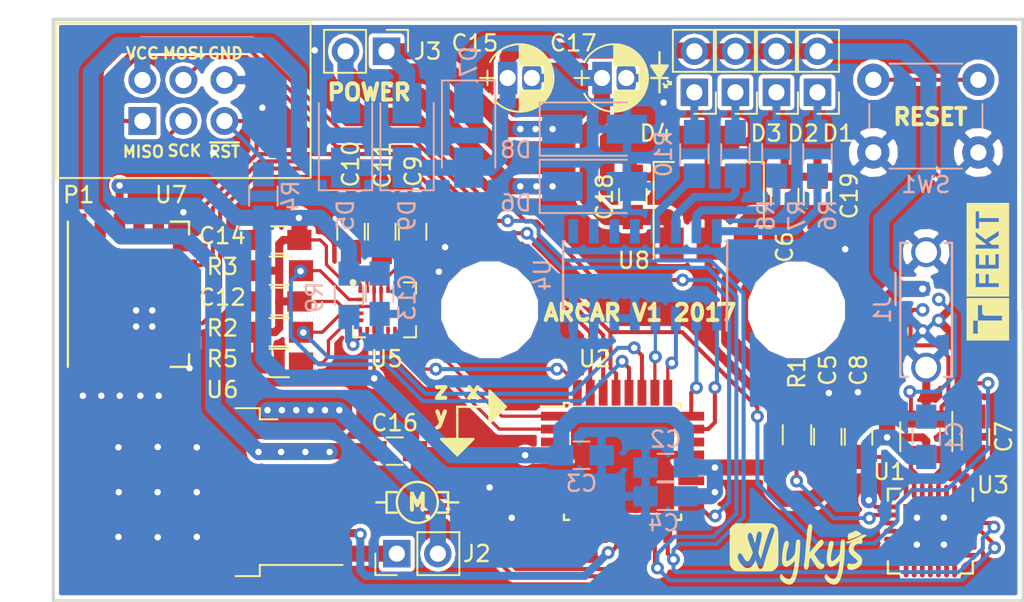
<source format=kicad_pcb>
(kicad_pcb (version 20170922) (host pcbnew no-vcs-found-3045509~61~ubuntu16.04.1)
  (layers (0 F.Cu signal) (31 B.Cu signal) (34 B.Paste user) (35 F.Paste user) (36 B.SilkS user) (37 F.SilkS user) (38 B.Mask user) (39 F.Mask user) (44 Edge.Cuts user))
  (net 0 "")
  (net 1 GND)
  (net 2 /~RST)
  (net 3 +3V3)
  (net 4 "Net-(C7-Pad2)")
  (net 5 "Net-(C9-Pad1)")
  (net 6 "Net-(C10-Pad1)")
  (net 7 VCC)
  (net 8 "Net-(C17-Pad1)")
  (net 9 "Net-(D1-Pad1)")
  (net 10 "Net-(D2-Pad1)")
  (net 11 "Net-(D3-Pad1)")
  (net 12 "Net-(D4-Pad1)")
  (net 13 "Net-(D5-Pad2)")
  (net 14 "Net-(D7-Pad2)")
  (net 15 "Net-(J2-Pad2)")
  (net 16 "Net-(J2-Pad1)")
  (net 17 /MISO)
  (net 18 /SCK)
  (net 19 /MOSI)
  (net 20 "Net-(R1-Pad2)")
  (net 21 /SDA)
  (net 22 /SCL)
  (net 23 "Net-(R5-Pad2)")
  (net 24 "Net-(R6-Pad2)")
  (net 25 "Net-(R7-Pad2)")
  (net 26 "Net-(R8-Pad2)")
  (net 27 "Net-(R9-Pad2)")
  (net 28 "Net-(R10-Pad2)")
  (net 29 /INT2_A/G)
  (net 30 /INT_M)
  (net 31 "Net-(U2-Pad3)")
  (net 32 "Net-(U2-Pad6)")
  (net 33 "Net-(U2-Pad7)")
  (net 34 "Net-(U2-Pad8)")
  (net 35 "Net-(U2-Pad9)")
  (net 36 "Net-(U2-Pad10)")
  (net 37 "Net-(U2-Pad11)")
  (net 38 /MOTOR_ERR)
  (net 39 /MOTOR_PWM1)
  (net 40 /MOTOR_PWM2)
  (net 41 "Net-(U2-Pad19)")
  (net 42 "Net-(U2-Pad22)")
  (net 43 /FL_LED)
  (net 44 /FR_LED)
  (net 45 /BL_LED)
  (net 46 /BR_LED)
  (net 47 /RX)
  (net 48 /TX)
  (net 49 /INT1_A/G)
  (net 50 "Net-(U3-Pad1)")
  (net 51 "Net-(U3-Pad2)")
  (net 52 "Net-(U3-Pad7)")
  (net 53 "Net-(U3-Pad10)")
  (net 54 "Net-(U3-Pad11)")
  (net 55 "Net-(U3-Pad12)")
  (net 56 "Net-(U3-Pad13)")
  (net 57 "Net-(U3-Pad14)")
  (net 58 "Net-(U3-Pad15)")
  (net 59 "Net-(U3-Pad16)")
  (net 60 "Net-(U3-Pad17)")
  (net 61 "Net-(U3-Pad18)")
  (net 62 "Net-(U3-Pad19)")
  (net 63 "Net-(U3-Pad20)")
  (net 64 "Net-(U3-Pad21)")
  (net 65 "Net-(U3-Pad22)")
  (net 66 "Net-(U3-Pad23)")
  (net 67 "Net-(U3-Pad24)")
  (net 68 "Net-(U3-Pad27)")
  (net 69 "Net-(U4-Pad9)")
  (net 70 "Net-(U4-Pad10)")
  (net 71 "Net-(U4-Pad11)")
  (net 72 "Net-(U4-Pad12)")
  (net 73 "Net-(U5-Pad9)")
  (net 74 "Net-(U5-Pad13)")
  (net 75 "Net-(U7-Pad1)")
  (net 76 "Net-(U7-Pad3)")
  (net 77 "Net-(U7-Pad4)")
  (net 78 "Net-(U7-Pad5)")
  (net 79 "Net-(U7-Pad6)")
  (net 80 "Net-(U7-Pad9)")
  (net 81 "Net-(U7-Pad11)")
  (net 82 "Net-(U7-Pad12)")
  (net 83 "Net-(U7-Pad15)")
  (net 84 "Net-(U7-Pad16)")
  (net 85 /D-)
  (net 86 /D+)
  (net 87 /D2-)
  (net 88 /D2+)
  (module Connectors:IDC_Header_Straight_6pins (layer F.Cu) (at 32.512 138.303)
    (fp_text reference P1 (at -3.937 4.572) (layer F.SilkS))
    (fp_text value AVR_ISP_02X03)
    (pad 1 thru_hole rect (at 0 0) (size 1.7272 1.7272) (drill 1) (layers *.Cu *.Mask) (net 17 /MISO))
    (pad 2 thru_hole oval (at 0 -2.54) (size 1.7272 1.7272) (drill 1) (layers *.Cu *.Mask) (net 7 VCC))
    (pad 3 thru_hole oval (at 2.54 0) (size 1.7272 1.7272) (drill 1) (layers *.Cu *.Mask) (net 18 /SCK))
    (pad 4 thru_hole oval (at 2.54 -2.54) (size 1.7272 1.7272) (drill 1) (layers *.Cu *.Mask) (net 19 /MOSI))
    (pad 5 thru_hole oval (at 5.08 0) (size 1.7272 1.7272) (drill 1) (layers *.Cu *.Mask) (net 2 /~RST))
    (pad 6 thru_hole oval (at 5.08 -2.54) (size 1.7272 1.7272) (drill 1) (layers *.Cu *.Mask) (net 1 GND))
  )
  (module wyk_logo:VUT-FEKT_small (layer F.Cu) (at 84.836 147.6375 90)
    (fp_text reference G*** hide)
    (fp_text value LOGO hide)
  )
  (module wyk_logo:wykys_small_skill (layer F.Cu) (at 73.0885 165.1)
    (fp_text reference G*** hide)
    (fp_text value LOGO hide)
  )
  (module Housings_QFP:TQFP-32_7x7mm_Pitch0.8mm (layer F.Cu) (at 62.23 159.385)
    (fp_text reference U2 (at -1.7145 -6.35) (layer F.SilkS))
    (fp_text value ATMEGA328PB-AU)
    (pad 1 smd rect (at -4.25 -2.8) (size 1.6 0.55) (layers F.Cu F.Paste F.Mask) (net 29 /INT2_A/G))
    (pad 2 smd rect (at -4.25 -2) (size 1.6 0.55) (layers F.Cu F.Paste F.Mask) (net 30 /INT_M))
    (pad 3 smd rect (at -4.25 -1.2) (size 1.6 0.55) (layers F.Cu F.Paste F.Mask) (net 31 "Net-(U2-Pad3)"))
    (pad 4 smd rect (at -4.25 -0.4) (size 1.6 0.55) (layers F.Cu F.Paste F.Mask) (net 3 +3V3))
    (pad 5 smd rect (at -4.25 0.4) (size 1.6 0.55) (layers F.Cu F.Paste F.Mask) (net 1 GND))
    (pad 6 smd rect (at -4.25 1.2) (size 1.6 0.55) (layers F.Cu F.Paste F.Mask) (net 32 "Net-(U2-Pad6)"))
    (pad 7 smd rect (at -4.25 2) (size 1.6 0.55) (layers F.Cu F.Paste F.Mask) (net 33 "Net-(U2-Pad7)"))
    (pad 8 smd rect (at -4.25 2.8) (size 1.6 0.55) (layers F.Cu F.Paste F.Mask) (net 34 "Net-(U2-Pad8)"))
    (pad 9 smd rect (at -2.8 4.25 90) (size 1.6 0.55) (layers F.Cu F.Paste F.Mask) (net 35 "Net-(U2-Pad9)"))
    (pad 10 smd rect (at -2 4.25 90) (size 1.6 0.55) (layers F.Cu F.Paste F.Mask) (net 36 "Net-(U2-Pad10)"))
    (pad 11 smd rect (at -1.2 4.25 90) (size 1.6 0.55) (layers F.Cu F.Paste F.Mask) (net 37 "Net-(U2-Pad11)"))
    (pad 12 smd rect (at -0.4 4.25 90) (size 1.6 0.55) (layers F.Cu F.Paste F.Mask) (net 38 /MOTOR_ERR))
    (pad 13 smd rect (at 0.4 4.25 90) (size 1.6 0.55) (layers F.Cu F.Paste F.Mask) (net 40 /MOTOR_PWM2))
    (pad 14 smd rect (at 1.2 4.25 90) (size 1.6 0.55) (layers F.Cu F.Paste F.Mask) (net 39 /MOTOR_PWM1))
    (pad 15 smd rect (at 2 4.25 90) (size 1.6 0.55) (layers F.Cu F.Paste F.Mask) (net 19 /MOSI))
    (pad 16 smd rect (at 2.8 4.25 90) (size 1.6 0.55) (layers F.Cu F.Paste F.Mask) (net 17 /MISO))
    (pad 17 smd rect (at 4.25 2.8) (size 1.6 0.55) (layers F.Cu F.Paste F.Mask) (net 18 /SCK))
    (pad 18 smd rect (at 4.25 2) (size 1.6 0.55) (layers F.Cu F.Paste F.Mask) (net 3 +3V3))
    (pad 19 smd rect (at 4.25 1.2) (size 1.6 0.55) (layers F.Cu F.Paste F.Mask) (net 41 "Net-(U2-Pad19)"))
    (pad 20 smd rect (at 4.25 0.4) (size 1.6 0.55) (layers F.Cu F.Paste F.Mask) (net 3 +3V3))
    (pad 21 smd rect (at 4.25 -0.4) (size 1.6 0.55) (layers F.Cu F.Paste F.Mask) (net 1 GND))
    (pad 22 smd rect (at 4.25 -1.2) (size 1.6 0.55) (layers F.Cu F.Paste F.Mask) (net 42 "Net-(U2-Pad22)"))
    (pad 23 smd rect (at 4.25 -2) (size 1.6 0.55) (layers F.Cu F.Paste F.Mask) (net 43 /FL_LED))
    (pad 24 smd rect (at 4.25 -2.8) (size 1.6 0.55) (layers F.Cu F.Paste F.Mask) (net 44 /FR_LED))
    (pad 25 smd rect (at 2.8 -4.25 90) (size 1.6 0.55) (layers F.Cu F.Paste F.Mask) (net 45 /BL_LED))
    (pad 26 smd rect (at 2 -4.25 90) (size 1.6 0.55) (layers F.Cu F.Paste F.Mask) (net 46 /BR_LED))
    (pad 27 smd rect (at 1.2 -4.25 90) (size 1.6 0.55) (layers F.Cu F.Paste F.Mask) (net 21 /SDA))
    (pad 28 smd rect (at 0.4 -4.25 90) (size 1.6 0.55) (layers F.Cu F.Paste F.Mask) (net 22 /SCL))
    (pad 29 smd rect (at -0.4 -4.25 90) (size 1.6 0.55) (layers F.Cu F.Paste F.Mask) (net 2 /~RST))
    (pad 30 smd rect (at -1.2 -4.25 90) (size 1.6 0.55) (layers F.Cu F.Paste F.Mask) (net 47 /RX))
    (pad 31 smd rect (at -2 -4.25 90) (size 1.6 0.55) (layers F.Cu F.Paste F.Mask) (net 48 /TX))
    (pad 32 smd rect (at -2.8 -4.25 90) (size 1.6 0.55) (layers F.Cu F.Paste F.Mask) (net 49 /INT1_A/G))
  )
  (module Capacitors_SMD:C_0805_HandSoldering (layer F.Cu) (at 40.981 149.479)
    (fp_text reference C12 (at -3.516 -0.254) (layer F.SilkS))
    (fp_text value 100n)
    (pad 1 smd rect (at -1.25 0) (size 1.5 1.25) (layers F.Cu F.Paste F.Mask) (net 1 GND))
    (pad 2 smd rect (at 1.25 0) (size 1.5 1.25) (layers F.Cu F.Paste F.Mask) (net 3 +3V3))
  )
  (module TO_SOT_Packages_SMD:SOT-223-3_TabPin2 (layer F.Cu) (at 67.564 142.748 90)
    (fp_text reference U8 (at -4.191 -4.6355 180) (layer F.SilkS))
    (fp_text value MCP1804T-3302I/DB)
    (pad 2 smd rect (at 3.15 0 90) (size 2 3.8) (layers F.Cu F.Paste F.Mask) (net 1 GND))
    (pad 2 smd rect (at -3.15 0 90) (size 2 1.5) (layers F.Cu F.Paste F.Mask) (net 1 GND))
    (pad 3 smd rect (at -3.15 2.3 90) (size 2 1.5) (layers F.Cu F.Paste F.Mask) (net 3 +3V3))
    (pad 1 smd rect (at -3.15 -2.3 90) (size 2 1.5) (layers F.Cu F.Paste F.Mask) (net 8 "Net-(C17-Pad1)"))
  )
  (module Capacitors_THT:CP_Radial_D4.0mm_P1.50mm (layer F.Cu) (at 60.96 135.636)
    (fp_text reference C17 (at -1.778 -2.159) (layer F.SilkS))
    (fp_text value 4700u/35V)
    (pad 1 thru_hole rect (at 0 0) (size 1.2 2) (drill 1) (layers *.Cu *.Mask) (net 8 "Net-(C17-Pad1)"))
    (pad 2 thru_hole oval (at 1.5 0) (size 1.2 2) (drill 1) (layers *.Cu *.Mask) (net 1 GND))
  )
  (module Pin_Headers:Pin_Header_Straight_1x02_Pitch2.54mm (layer F.Cu) (at 74.295 136.525 180)
    (fp_text reference D1 (at -1.27 -2.54 180) (layer F.SilkS))
    (fp_text value LED)
    (pad 2 thru_hole oval (at 0 2.54 180) (size 1.7 1.7) (drill 1) (layers *.Cu *.Mask) (net 7 VCC))
    (pad 1 thru_hole rect (at 0 0 180) (size 1.7 1.7) (drill 1) (layers *.Cu *.Mask) (net 9 "Net-(D1-Pad1)"))
  )
  (module Pin_Headers:Pin_Header_Straight_1x02_Pitch2.54mm (layer F.Cu) (at 71.755 136.525 180)
    (fp_text reference D2 (at -1.651 -2.54 180) (layer F.SilkS))
    (fp_text value LED)
    (pad 1 thru_hole rect (at 0 0 180) (size 1.7 1.7) (drill 1) (layers *.Cu *.Mask) (net 10 "Net-(D2-Pad1)"))
    (pad 2 thru_hole oval (at 0 2.54 180) (size 1.7 1.7) (drill 1) (layers *.Cu *.Mask) (net 7 VCC))
  )
  (module Pin_Headers:Pin_Header_Straight_1x02_Pitch2.54mm (layer F.Cu) (at 69.215 136.525 180)
    (fp_text reference D3 (at -1.905 -2.54 180) (layer F.SilkS))
    (fp_text value LED)
    (pad 2 thru_hole oval (at 0 2.54 180) (size 1.7 1.7) (drill 1) (layers *.Cu *.Mask) (net 7 VCC))
    (pad 1 thru_hole rect (at 0 0 180) (size 1.7 1.7) (drill 1) (layers *.Cu *.Mask) (net 11 "Net-(D3-Pad1)"))
  )
  (module Pin_Headers:Pin_Header_Straight_1x02_Pitch2.54mm (layer F.Cu) (at 66.675 136.525 180)
    (fp_text reference D4 (at 2.413 -2.54 180) (layer F.SilkS))
    (fp_text value LED)
    (pad 1 thru_hole rect (at 0 0 180) (size 1.7 1.7) (drill 1) (layers *.Cu *.Mask) (net 12 "Net-(D4-Pad1)"))
    (pad 2 thru_hole oval (at 0 2.54 180) (size 1.7 1.7) (drill 1) (layers *.Cu *.Mask) (net 7 VCC))
  )
  (module Housings_DFN_QFN:QFN-28-1EP_5x5mm_Pitch0.5mm (layer F.Cu) (at 81.28 163.703 270)
    (fp_text reference U3 (at -2.8575 -3.8735) (layer F.SilkS))
    (fp_text value CP2102)
    (pad 1 smd oval (at -2.45 -1.5 270) (size 0.85 0.3) (layers F.Cu F.Paste F.Mask) (net 50 "Net-(U3-Pad1)"))
    (pad 2 smd oval (at -2.45 -1 270) (size 0.85 0.3) (layers F.Cu F.Paste F.Mask) (net 51 "Net-(U3-Pad2)"))
    (pad 3 smd oval (at -2.45 -0.5 270) (size 0.85 0.3) (layers F.Cu F.Paste F.Mask) (net 1 GND))
    (pad 4 smd oval (at -2.45 0 270) (size 0.85 0.3) (layers F.Cu F.Paste F.Mask) (net 88 /D2+))
    (pad 5 smd oval (at -2.45 0.5 270) (size 0.85 0.3) (layers F.Cu F.Paste F.Mask) (net 87 /D2-))
    (pad 6 smd oval (at -2.45 1 270) (size 0.85 0.3) (layers F.Cu F.Paste F.Mask) (net 3 +3V3))
    (pad 7 smd oval (at -2.45 1.5 270) (size 0.85 0.3) (layers F.Cu F.Paste F.Mask) (net 52 "Net-(U3-Pad7)"))
    (pad 8 smd oval (at -1.5 2.45) (size 0.85 0.3) (layers F.Cu F.Paste F.Mask) (net 7 VCC))
    (pad 9 smd oval (at -1 2.45) (size 0.85 0.3) (layers F.Cu F.Paste F.Mask) (net 20 "Net-(R1-Pad2)"))
    (pad 10 smd oval (at -0.5 2.45) (size 0.85 0.3) (layers F.Cu F.Paste F.Mask) (net 53 "Net-(U3-Pad10)"))
    (pad 11 smd oval (at 0 2.45) (size 0.85 0.3) (layers F.Cu F.Paste F.Mask) (net 54 "Net-(U3-Pad11)"))
    (pad 12 smd oval (at 0.5 2.45) (size 0.85 0.3) (layers F.Cu F.Paste F.Mask) (net 55 "Net-(U3-Pad12)"))
    (pad 13 smd oval (at 1 2.45) (size 0.85 0.3) (layers F.Cu F.Paste F.Mask) (net 56 "Net-(U3-Pad13)"))
    (pad 14 smd oval (at 1.5 2.45) (size 0.85 0.3) (layers F.Cu F.Paste F.Mask) (net 57 "Net-(U3-Pad14)"))
    (pad 15 smd oval (at 2.45 1.5 270) (size 0.85 0.3) (layers F.Cu F.Paste F.Mask) (net 58 "Net-(U3-Pad15)"))
    (pad 16 smd oval (at 2.45 1 270) (size 0.85 0.3) (layers F.Cu F.Paste F.Mask) (net 59 "Net-(U3-Pad16)"))
    (pad 17 smd oval (at 2.45 0.5 270) (size 0.85 0.3) (layers F.Cu F.Paste F.Mask) (net 60 "Net-(U3-Pad17)"))
    (pad 18 smd oval (at 2.45 0 270) (size 0.85 0.3) (layers F.Cu F.Paste F.Mask) (net 61 "Net-(U3-Pad18)"))
    (pad 19 smd oval (at 2.45 -0.5 270) (size 0.85 0.3) (layers F.Cu F.Paste F.Mask) (net 62 "Net-(U3-Pad19)"))
    (pad 20 smd oval (at 2.45 -1 270) (size 0.85 0.3) (layers F.Cu F.Paste F.Mask) (net 63 "Net-(U3-Pad20)"))
    (pad 21 smd oval (at 2.45 -1.5 270) (size 0.85 0.3) (layers F.Cu F.Paste F.Mask) (net 64 "Net-(U3-Pad21)"))
    (pad 22 smd oval (at 1.5 -2.45) (size 0.85 0.3) (layers F.Cu F.Paste F.Mask) (net 65 "Net-(U3-Pad22)"))
    (pad 23 smd oval (at 1 -2.45) (size 0.85 0.3) (layers F.Cu F.Paste F.Mask) (net 66 "Net-(U3-Pad23)"))
    (pad 24 smd oval (at 0.5 -2.45) (size 0.85 0.3) (layers F.Cu F.Paste F.Mask) (net 67 "Net-(U3-Pad24)"))
    (pad 25 smd oval (at 0 -2.45) (size 0.85 0.3) (layers F.Cu F.Paste F.Mask) (net 19 /MOSI))
    (pad 26 smd oval (at -0.5 -2.45) (size 0.85 0.3) (layers F.Cu F.Paste F.Mask) (net 17 /MISO))
    (pad 27 smd oval (at -1 -2.45) (size 0.85 0.3) (layers F.Cu F.Paste F.Mask) (net 68 "Net-(U3-Pad27)"))
    (pad 28 smd oval (at -1.5 -2.45) (size 0.85 0.3) (layers F.Cu F.Paste F.Mask) (net 4 "Net-(C7-Pad2)"))
    (pad 29 smd rect (at 0.8375 0.8375 270) (size 1.675 1.675) (layers F.Cu F.Paste F.Mask) (net 1 GND))
    (pad 29 smd rect (at 0.8375 -0.8375 270) (size 1.675 1.675) (layers F.Cu F.Paste F.Mask) (net 1 GND))
    (pad 29 smd rect (at -0.8375 0.8375 270) (size 1.675 1.675) (layers F.Cu F.Paste F.Mask) (net 1 GND))
    (pad 29 smd rect (at -0.8375 -0.8375 270) (size 1.675 1.675) (layers F.Cu F.Paste F.Mask) (net 1 GND))
  )
  (module Connectors_USB:USB_Micro-B_Wuerth-614105150721_Vertical_CircularHoles (layer B.Cu) (at 80.8 148.7 270)
    (fp_text reference J1 (at 1.3 2.48 270) (layer B.SilkS) (effects (justify mirror)))
    (fp_text value USB_B_Micro)
    (pad 1 thru_hole rect (at 0 0 270) (size 0.84 0.84) (drill 0.44) (layers *.Cu *.Mask) (net 7 VCC))
    (pad 2 thru_hole circle (at 0.65 -1 270) (size 0.84 0.84) (drill 0.44) (layers *.Cu *.Mask) (net 85 /D-))
    (pad 3 thru_hole circle (at 1.3 0 270) (size 0.84 0.84) (drill 0.44) (layers *.Cu *.Mask) (net 86 /D+))
    (pad 4 thru_hole circle (at 1.95 -1 270) (size 0.84 0.84) (drill 0.44) (layers *.Cu *.Mask) (net 1 GND))
    (pad 5 thru_hole circle (at 2.6 0 270) (size 0.84 0.84) (drill 0.44) (layers *.Cu *.Mask) (net 1 GND))
    (pad 6 thru_hole circle (at -2.275 -0.22 270) (size 1.85 1.85) (drill 1.35) (layers *.Cu *.Mask) (net 1 GND))
    (pad 6 thru_hole circle (at 4.875 -0.22 270) (size 1.85 1.85) (drill 1.35) (layers *.Cu *.Mask) (net 1 GND))
  )
  (module wyk_mech:screw_M3 (layer F.Cu) (at 54 150)
    (fp_text reference M1 hide)
    (fp_text value screw hide)
    (pad "" np_thru_hole circle (at 0 0) (size 3 3) (drill 3) (layers *.Cu *.Mask) (clearance 1.5))
  )
  (module wyk_mech:screw_M3 (layer F.Cu) (at 73 150)
    (fp_text reference M2 hide)
    (fp_text value screw hide)
    (pad "" np_thru_hole circle (at 0 0) (size 3 3) (drill 3) (layers *.Cu *.Mask) (clearance 1.5))
  )
  (module Buttons_Switches_THT:SW_PUSH_6mm_h5mm (layer B.Cu) (at 77.75 140.25)
    (fp_text reference SW1 (at 3.25 2) (layer B.SilkS) (effects (justify mirror)))
    (fp_text value SW_Push)
    (pad 2 thru_hole circle (at 0 -4.5 270) (size 2 2) (drill 1) (layers *.Cu *.Mask) (net 2 /~RST))
    (pad 1 thru_hole circle (at 0 0 270) (size 2 2) (drill 1) (layers *.Cu *.Mask) (net 1 GND))
    (pad 2 thru_hole circle (at 6.5 -4.5 270) (size 2 2) (drill 1) (layers *.Cu *.Mask) (net 2 /~RST))
    (pad 1 thru_hole circle (at 6.5 0 270) (size 2 2) (drill 1) (layers *.Cu *.Mask) (net 1 GND))
  )
  (module Capacitors_SMD:C_0805_HandSoldering (layer B.Cu) (at 81.026 157.861 90)
    (fp_text reference C1 (at 0 1.75 90) (layer B.SilkS) (effects (justify mirror)))
    (fp_text value 100n)
    (pad 1 smd rect (at -1.25 0 90) (size 1.5 1.25) (layers B.Cu B.Paste B.Mask) (net 7 VCC))
    (pad 2 smd rect (at 1.25 0 90) (size 1.5 1.25) (layers B.Cu B.Paste B.Mask) (net 1 GND))
  )
  (module Capacitors_SMD:C_0805_HandSoldering (layer B.Cu) (at 64.897 159.766 180)
    (fp_text reference C2 (at 0 1.75 180) (layer B.SilkS) (effects (justify mirror)))
    (fp_text value 100n)
    (pad 2 smd rect (at 1.25 0 180) (size 1.5 1.25) (layers B.Cu B.Paste B.Mask) (net 1 GND))
    (pad 1 smd rect (at -1.25 0 180) (size 1.5 1.25) (layers B.Cu B.Paste B.Mask) (net 3 +3V3))
  )
  (module Capacitors_SMD:C_0805_HandSoldering (layer B.Cu) (at 59.69 159.004)
    (fp_text reference C3 (at 0 1.75) (layer B.SilkS) (effects (justify mirror)))
    (fp_text value 100n)
    (pad 1 smd rect (at -1.25 0) (size 1.5 1.25) (layers B.Cu B.Paste B.Mask) (net 3 +3V3))
    (pad 2 smd rect (at 1.25 0) (size 1.5 1.25) (layers B.Cu B.Paste B.Mask) (net 1 GND))
  )
  (module Capacitors_SMD:C_0805_HandSoldering (layer B.Cu) (at 64.897 161.544 180)
    (fp_text reference C4 (at 0.127 -1.651 180) (layer B.SilkS) (effects (justify mirror)))
    (fp_text value 100n)
    (pad 1 smd rect (at -1.25 0 180) (size 1.5 1.25) (layers B.Cu B.Paste B.Mask) (net 3 +3V3))
    (pad 2 smd rect (at 1.25 0 180) (size 1.5 1.25) (layers B.Cu B.Paste B.Mask) (net 1 GND))
  )
  (module Capacitors_SMD:C_0805_HandSoldering (layer F.Cu) (at 74.93 157.861 90)
    (fp_text reference C5 (at 4.1275 0 90) (layer F.SilkS))
    (fp_text value 100n)
    (pad 2 smd rect (at 1.25 0 90) (size 1.5 1.25) (layers F.Cu F.Paste F.Mask) (net 1 GND))
    (pad 1 smd rect (at -1.25 0 90) (size 1.5 1.25) (layers F.Cu F.Paste F.Mask) (net 3 +3V3))
  )
  (module Capacitors_SMD:C_0805_HandSoldering (layer F.Cu) (at 72.263 143.002 90)
    (fp_text reference C6 (at -3.1115 0 270) (layer F.SilkS))
    (fp_text value 100n)
    (pad 2 smd rect (at 1.25 0 90) (size 1.5 1.25) (layers F.Cu F.Paste F.Mask) (net 1 GND))
    (pad 1 smd rect (at -1.25 0 90) (size 1.5 1.25) (layers F.Cu F.Paste F.Mask) (net 3 +3V3))
  )
  (module Capacitors_SMD:C_0805_HandSoldering (layer F.Cu) (at 84.074 157.861 270)
    (fp_text reference C7 (at 0 -1.75 270) (layer F.SilkS))
    (fp_text value 100n)
    (pad 1 smd rect (at -1.25 0 270) (size 1.5 1.25) (layers F.Cu F.Paste F.Mask) (net 2 /~RST))
    (pad 2 smd rect (at 1.25 0 270) (size 1.5 1.25) (layers F.Cu F.Paste F.Mask) (net 4 "Net-(C7-Pad2)"))
  )
  (module Capacitors_SMD:C_0805_HandSoldering (layer F.Cu) (at 76.835 157.861 90)
    (fp_text reference C8 (at 4.1275 0 90) (layer F.SilkS))
    (fp_text value 10n)
    (pad 1 smd rect (at -1.25 0 90) (size 1.5 1.25) (layers F.Cu F.Paste F.Mask) (net 3 +3V3))
    (pad 2 smd rect (at 1.25 0 90) (size 1.5 1.25) (layers F.Cu F.Paste F.Mask) (net 1 GND))
  )
  (module Capacitors_SMD:C_0805_HandSoldering (layer F.Cu) (at 49.236 145.161 90)
    (fp_text reference C9 (at 3.7465 0.04 90) (layer F.SilkS))
    (fp_text value 10n)
    (pad 1 smd rect (at -1.25 0 90) (size 1.5 1.25) (layers F.Cu F.Paste F.Mask) (net 5 "Net-(C9-Pad1)"))
    (pad 2 smd rect (at 1.25 0 90) (size 1.5 1.25) (layers F.Cu F.Paste F.Mask) (net 1 GND))
  )
  (module Capacitors_SMD:C_0805_HandSoldering (layer F.Cu) (at 45.426 145.161 90)
    (fp_text reference C10 (at 4.191 -0.0235 90) (layer F.SilkS))
    (fp_text value 100n)
    (pad 2 smd rect (at 1.25 0 90) (size 1.5 1.25) (layers F.Cu F.Paste F.Mask) (net 1 GND))
    (pad 1 smd rect (at -1.25 0 90) (size 1.5 1.25) (layers F.Cu F.Paste F.Mask) (net 6 "Net-(C10-Pad1)"))
  )
  (module Capacitors_SMD:C_0805_HandSoldering (layer F.Cu) (at 47.331 145.161 270)
    (fp_text reference C11 (at -4.1275 -0.04 270) (layer F.SilkS))
    (fp_text value 100n)
    (pad 2 smd rect (at 1.25 0 270) (size 1.5 1.25) (layers F.Cu F.Paste F.Mask) (net 3 +3V3))
    (pad 1 smd rect (at -1.25 0 270) (size 1.5 1.25) (layers F.Cu F.Paste F.Mask) (net 1 GND))
  )
  (module Capacitors_SMD:C_0805_HandSoldering (layer B.Cu) (at 47.2 149 90)
    (fp_text reference C13 (at -0.225 1.695 90) (layer B.SilkS) (effects (justify mirror)))
    (fp_text value 100n)
    (pad 2 smd rect (at 1.25 0 90) (size 1.5 1.25) (layers B.Cu B.Paste B.Mask) (net 3 +3V3))
    (pad 1 smd rect (at -1.25 0 90) (size 1.5 1.25) (layers B.Cu B.Paste B.Mask) (net 1 GND))
  )
  (module Capacitors_SMD:C_0805_HandSoldering (layer F.Cu) (at 40.981 145.669)
    (fp_text reference C14 (at -3.516 -0.254) (layer F.SilkS))
    (fp_text value 10u)
    (pad 2 smd rect (at 1.25 0) (size 1.5 1.25) (layers F.Cu F.Paste F.Mask) (net 3 +3V3))
    (pad 1 smd rect (at -1.25 0) (size 1.5 1.25) (layers F.Cu F.Paste F.Mask) (net 1 GND))
  )
  (module Capacitors_THT:CP_Radial_D4.0mm_P1.50mm (layer F.Cu) (at 55.118 135.636)
    (fp_text reference C15 (at -2.032 -2.159) (layer F.SilkS))
    (fp_text value 4700u/35V)
    (pad 2 thru_hole oval (at 1.5 0) (size 1.2 2) (drill 1) (layers *.Cu *.Mask) (net 1 GND))
    (pad 1 thru_hole rect (at 0 0) (size 1.2 2) (drill 1) (layers *.Cu *.Mask) (net 7 VCC))
  )
  (module Capacitors_SMD:C_0805_HandSoldering (layer F.Cu) (at 48.133 158.75)
    (fp_text reference C16 (at 0 -1.75) (layer F.SilkS))
    (fp_text value 470n)
    (pad 2 smd rect (at 1.25 0) (size 1.5 1.25) (layers F.Cu F.Paste F.Mask) (net 1 GND))
    (pad 1 smd rect (at -1.25 0) (size 1.5 1.25) (layers F.Cu F.Paste F.Mask) (net 7 VCC))
  )
  (module Diodes_SMD:D_SMA (layer B.Cu) (at 45.085 139.192 90)
    (fp_text reference D5 (at -4.953 0 90) (layer B.SilkS) (effects (justify mirror)))
    (fp_text value SK32SMA)
    (pad 2 smd rect (at 2 0 90) (size 2.5 1.8) (layers B.Cu B.Paste B.Mask) (net 13 "Net-(D5-Pad2)"))
    (pad 1 smd rect (at -2 0 90) (size 2.5 1.8) (layers B.Cu B.Paste B.Mask) (net 7 VCC))
  )
  (module Diodes_SMD:D_SMA (layer B.Cu) (at 60.5 142.35)
    (fp_text reference D6 (at -4.874 1.033) (layer B.SilkS) (effects (justify mirror)))
    (fp_text value SK32SMA)
    (pad 1 smd rect (at -2 0) (size 2.5 1.8) (layers B.Cu B.Paste B.Mask) (net 13 "Net-(D5-Pad2)"))
    (pad 2 smd rect (at 2 0) (size 2.5 1.8) (layers B.Cu B.Paste B.Mask) (net 1 GND))
  )
  (module Diodes_SMD:D_SMA (layer B.Cu) (at 48.895 139.192 90)
    (fp_text reference D7 (at 4.572 3.81 90) (layer B.SilkS) (effects (justify mirror)))
    (fp_text value SK32SMA)
    (pad 2 smd rect (at 2 0 90) (size 2.5 1.8) (layers B.Cu B.Paste B.Mask) (net 14 "Net-(D7-Pad2)"))
    (pad 1 smd rect (at -2 0 90) (size 2.5 1.8) (layers B.Cu B.Paste B.Mask) (net 7 VCC))
  )
  (module Diodes_SMD:D_SMA (layer B.Cu) (at 60.5 138.8)
    (fp_text reference D8 (at -4.874 1.281) (layer B.SilkS) (effects (justify mirror)))
    (fp_text value SK32SMA)
    (pad 1 smd rect (at -2 0) (size 2.5 1.8) (layers B.Cu B.Paste B.Mask) (net 14 "Net-(D7-Pad2)"))
    (pad 2 smd rect (at 2 0) (size 2.5 1.8) (layers B.Cu B.Paste B.Mask) (net 1 GND))
  )
  (module Diodes_SMD:D_SMA (layer B.Cu) (at 52.705 139.192 270)
    (fp_text reference D9 (at 4.953 3.81 270) (layer B.SilkS) (effects (justify mirror)))
    (fp_text value SK32SMA)
    (pad 1 smd rect (at -2 0 270) (size 2.5 1.8) (layers B.Cu B.Paste B.Mask) (net 8 "Net-(C17-Pad1)"))
    (pad 2 smd rect (at 2 0 270) (size 2.5 1.8) (layers B.Cu B.Paste B.Mask) (net 7 VCC))
  )
  (module Pin_Headers:Pin_Header_Straight_1x02_Pitch2.54mm (layer F.Cu) (at 48.26 165.1 90)
    (fp_text reference J2 (at 0 4.953 180) (layer F.SilkS))
    (fp_text value MOTOR)
    (pad 2 thru_hole oval (at 0 2.54 90) (size 1.7 1.7) (drill 1) (layers *.Cu *.Mask) (net 15 "Net-(J2-Pad2)"))
    (pad 1 thru_hole rect (at 0 0 90) (size 1.7 1.7) (drill 1) (layers *.Cu *.Mask) (net 16 "Net-(J2-Pad1)"))
  )
  (module Pin_Headers:Pin_Header_Straight_1x02_Pitch2.54mm (layer F.Cu) (at 47.625 133.985 270)
    (fp_text reference J3 (at 0 -2.54) (layer F.SilkS))
    (fp_text value POWER)
    (pad 1 thru_hole rect (at 0 0 270) (size 1.7 1.7) (drill 1) (layers *.Cu *.Mask) (net 14 "Net-(D7-Pad2)"))
    (pad 2 thru_hole oval (at 0 2.54 270) (size 1.7 1.7) (drill 1) (layers *.Cu *.Mask) (net 13 "Net-(D5-Pad2)"))
  )
  (module Resistors_SMD:R_0805_HandSoldering (layer F.Cu) (at 73.025 157.734 270)
    (fp_text reference R1 (at -3.81 0 270) (layer F.SilkS))
    (fp_text value 10k)
    (pad 2 smd rect (at 1.35 0 270) (size 1.5 1.3) (layers F.Cu F.Paste F.Mask) (net 20 "Net-(R1-Pad2)"))
    (pad 1 smd rect (at -1.35 0 270) (size 1.5 1.3) (layers F.Cu F.Paste F.Mask) (net 7 VCC))
  )
  (module Resistors_SMD:R_0805_HandSoldering (layer F.Cu) (at 40.981 151.384)
    (fp_text reference R2 (at -3.516 -0.254) (layer F.SilkS))
    (fp_text value 4k7)
    (pad 1 smd rect (at -1.35 0) (size 1.5 1.3) (layers F.Cu F.Paste F.Mask) (net 3 +3V3))
    (pad 2 smd rect (at 1.35 0) (size 1.5 1.3) (layers F.Cu F.Paste F.Mask) (net 21 /SDA))
  )
  (module Resistors_SMD:R_0805_HandSoldering (layer F.Cu) (at 40.981 147.574)
    (fp_text reference R3 (at -3.516 -0.254) (layer F.SilkS))
    (fp_text value 4k7)
    (pad 1 smd rect (at -1.35 0) (size 1.5 1.3) (layers F.Cu F.Paste F.Mask) (net 3 +3V3))
    (pad 2 smd rect (at 1.35 0) (size 1.5 1.3) (layers F.Cu F.Paste F.Mask) (net 22 /SCL))
  )
  (module Resistors_SMD:R_0805_HandSoldering (layer B.Cu) (at 40 142.95 90)
    (fp_text reference R4 (at 0 1.7 90) (layer B.SilkS) (effects (justify mirror)))
    (fp_text value 10k)
    (pad 1 smd rect (at -1.35 0 90) (size 1.5 1.3) (layers B.Cu B.Paste B.Mask) (net 3 +3V3))
    (pad 2 smd rect (at 1.35 0 90) (size 1.5 1.3) (layers B.Cu B.Paste B.Mask) (net 2 /~RST))
  )
  (module Resistors_SMD:R_0805_HandSoldering (layer F.Cu) (at 40.981 153.289)
    (fp_text reference R5 (at -3.516 -0.254) (layer F.SilkS))
    (fp_text value 10k)
    (pad 2 smd rect (at 1.35 0) (size 1.5 1.3) (layers F.Cu F.Paste F.Mask) (net 23 "Net-(R5-Pad2)"))
    (pad 1 smd rect (at -1.35 0) (size 1.5 1.3) (layers F.Cu F.Paste F.Mask) (net 3 +3V3))
  )
  (module Resistors_SMD:R_0805_HandSoldering (layer B.Cu) (at 74.295 140.335 270)
    (fp_text reference R6 (at 3.81 -0.635 270) (layer B.SilkS) (effects (justify mirror)))
    (fp_text value 330R)
    (pad 2 smd rect (at 1.35 0 270) (size 1.5 1.3) (layers B.Cu B.Paste B.Mask) (net 24 "Net-(R6-Pad2)"))
    (pad 1 smd rect (at -1.35 0 270) (size 1.5 1.3) (layers B.Cu B.Paste B.Mask) (net 9 "Net-(D1-Pad1)"))
  )
  (module Resistors_SMD:R_0805_HandSoldering (layer B.Cu) (at 71.755 140.335 270)
    (fp_text reference R7 (at 3.81 -1.27 270) (layer B.SilkS) (effects (justify mirror)))
    (fp_text value 330R)
    (pad 1 smd rect (at -1.35 0 270) (size 1.5 1.3) (layers B.Cu B.Paste B.Mask) (net 10 "Net-(D2-Pad1)"))
    (pad 2 smd rect (at 1.35 0 270) (size 1.5 1.3) (layers B.Cu B.Paste B.Mask) (net 25 "Net-(R7-Pad2)"))
  )
  (module Resistors_SMD:R_0805_HandSoldering (layer B.Cu) (at 69.215 140.335 270)
    (fp_text reference R8 (at 3.81 -1.905 270) (layer B.SilkS) (effects (justify mirror)))
    (fp_text value 330R)
    (pad 2 smd rect (at 1.35 0 270) (size 1.5 1.3) (layers B.Cu B.Paste B.Mask) (net 26 "Net-(R8-Pad2)"))
    (pad 1 smd rect (at -1.35 0 270) (size 1.5 1.3) (layers B.Cu B.Paste B.Mask) (net 11 "Net-(D3-Pad1)"))
  )
  (module Resistors_SMD:R_0805_HandSoldering (layer B.Cu) (at 45.299 149.098 270)
    (fp_text reference R9 (at 0.127 2.119 270) (layer B.SilkS) (effects (justify mirror)))
    (fp_text value 10k)
    (pad 1 smd rect (at -1.35 0 270) (size 1.5 1.3) (layers B.Cu B.Paste B.Mask) (net 3 +3V3))
    (pad 2 smd rect (at 1.35 0 270) (size 1.5 1.3) (layers B.Cu B.Paste B.Mask) (net 27 "Net-(R9-Pad2)"))
  )
  (module Resistors_SMD:R_0805_HandSoldering (layer B.Cu) (at 66.675 140.335 270)
    (fp_text reference R10 (at 0 1.905 270) (layer B.SilkS) (effects (justify mirror)))
    (fp_text value 330R)
    (pad 1 smd rect (at -1.35 0 270) (size 1.5 1.3) (layers B.Cu B.Paste B.Mask) (net 12 "Net-(D4-Pad1)"))
    (pad 2 smd rect (at 1.35 0 270) (size 1.5 1.3) (layers B.Cu B.Paste B.Mask) (net 28 "Net-(R10-Pad2)"))
  )
  (module TO_SOT_Packages_SMD:SOT-23-6 (layer F.Cu) (at 81.026 157.861 270)
    (fp_text reference U1 (at 2.159 2.286) (layer F.SilkS))
    (fp_text value USBLC6-2SC6)
    (pad 1 smd rect (at -1.1 -0.95 270) (size 1.06 0.65) (layers F.Cu F.Paste F.Mask) (net 86 /D+))
    (pad 2 smd rect (at -1.1 0 270) (size 1.06 0.65) (layers F.Cu F.Paste F.Mask) (net 1 GND))
    (pad 3 smd rect (at -1.1 0.95 270) (size 1.06 0.65) (layers F.Cu F.Paste F.Mask) (net 85 /D-))
    (pad 4 smd rect (at 1.1 0.95 270) (size 1.06 0.65) (layers F.Cu F.Paste F.Mask) (net 87 /D2-))
    (pad 6 smd rect (at 1.1 -0.95 270) (size 1.06 0.65) (layers F.Cu F.Paste F.Mask) (net 88 /D2+))
    (pad 5 smd rect (at 1.1 0 270) (size 1.06 0.65) (layers F.Cu F.Paste F.Mask) (net 7 VCC))
  )
  (module Housings_SOIC:SOIC-16_3.9x9.9mm_Pitch1.27mm (layer B.Cu) (at 63.627 147.828 90)
    (fp_text reference U4 (at 0 -6.35 90) (layer B.SilkS) (effects (justify mirror)))
    (fp_text value ULN2003A)
    (pad 1 smd rect (at -2.7 4.445 90) (size 1.5 0.6) (layers B.Cu B.Paste B.Mask) (net 43 /FL_LED))
    (pad 2 smd rect (at -2.7 3.175 90) (size 1.5 0.6) (layers B.Cu B.Paste B.Mask) (net 44 /FR_LED))
    (pad 3 smd rect (at -2.7 1.905 90) (size 1.5 0.6) (layers B.Cu B.Paste B.Mask) (net 45 /BL_LED))
    (pad 4 smd rect (at -2.7 0.635 90) (size 1.5 0.6) (layers B.Cu B.Paste B.Mask) (net 46 /BR_LED))
    (pad 5 smd rect (at -2.7 -0.635 90) (size 1.5 0.6) (layers B.Cu B.Paste B.Mask) (net 1 GND))
    (pad 6 smd rect (at -2.7 -1.905 90) (size 1.5 0.6) (layers B.Cu B.Paste B.Mask) (net 1 GND))
    (pad 7 smd rect (at -2.7 -3.175 90) (size 1.5 0.6) (layers B.Cu B.Paste B.Mask) (net 1 GND))
    (pad 8 smd rect (at -2.7 -4.445 90) (size 1.5 0.6) (layers B.Cu B.Paste B.Mask) (net 1 GND))
    (pad 9 smd rect (at 2.7 -4.445 90) (size 1.5 0.6) (layers B.Cu B.Paste B.Mask) (net 69 "Net-(U4-Pad9)"))
    (pad 10 smd rect (at 2.7 -3.175 90) (size 1.5 0.6) (layers B.Cu B.Paste B.Mask) (net 70 "Net-(U4-Pad10)"))
    (pad 11 smd rect (at 2.7 -1.905 90) (size 1.5 0.6) (layers B.Cu B.Paste B.Mask) (net 71 "Net-(U4-Pad11)"))
    (pad 12 smd rect (at 2.7 -0.635 90) (size 1.5 0.6) (layers B.Cu B.Paste B.Mask) (net 72 "Net-(U4-Pad12)"))
    (pad 13 smd rect (at 2.7 0.635 90) (size 1.5 0.6) (layers B.Cu B.Paste B.Mask) (net 28 "Net-(R10-Pad2)"))
    (pad 14 smd rect (at 2.7 1.905 90) (size 1.5 0.6) (layers B.Cu B.Paste B.Mask) (net 26 "Net-(R8-Pad2)"))
    (pad 15 smd rect (at 2.7 3.175 90) (size 1.5 0.6) (layers B.Cu B.Paste B.Mask) (net 25 "Net-(R7-Pad2)"))
    (pad 16 smd rect (at 2.7 4.445 90) (size 1.5 0.6) (layers B.Cu B.Paste B.Mask) (net 24 "Net-(R6-Pad2)"))
  )
  (module Housings_LGA:LGA-24L_3x3.5mm_Pitch0.43mm (layer F.Cu) (at 47.5 150)
    (fp_text reference U5 (at 0.125 3.035) (layer F.SilkS))
    (fp_text value LSM9DS1)
    (pad 1 smd rect (at -1.505 -1.225) (size 0.23 0.35) (layers F.Cu F.Paste F.Mask) (net 3 +3V3))
    (pad 2 smd rect (at -1.475 -0.645) (size 0.35 0.23) (layers F.Cu F.Paste F.Mask) (net 22 /SCL))
    (pad 17 smd rect (at 1.475 -0.645) (size 0.35 0.23) (layers F.Cu F.Paste F.Mask) (net 1 GND))
    (pad 3 smd rect (at -1.475 -0.215) (size 0.35 0.23) (layers F.Cu F.Paste F.Mask) (net 3 +3V3))
    (pad 16 smd rect (at 1.475 -0.215) (size 0.35 0.23) (layers F.Cu F.Paste F.Mask) (net 1 GND))
    (pad 4 smd rect (at -1.475 0.215) (size 0.35 0.23) (layers F.Cu F.Paste F.Mask) (net 21 /SDA))
    (pad 15 smd rect (at 1.475 0.215) (size 0.35 0.23) (layers F.Cu F.Paste F.Mask) (net 1 GND))
    (pad 5 smd rect (at -1.475 0.645) (size 0.35 0.23) (layers F.Cu F.Paste F.Mask) (net 23 "Net-(R5-Pad2)"))
    (pad 14 smd rect (at 1.475 0.645) (size 0.35 0.23) (layers F.Cu F.Paste F.Mask) (net 1 GND))
    (pad 24 smd rect (at -1.075 -1.225) (size 0.23 0.35) (layers F.Cu F.Paste F.Mask) (net 6 "Net-(C10-Pad1)"))
    (pad 23 smd rect (at -0.645 -1.225) (size 0.23 0.35) (layers F.Cu F.Paste F.Mask) (net 3 +3V3))
    (pad 22 smd rect (at -0.215 -1.225) (size 0.23 0.35) (layers F.Cu F.Paste F.Mask) (net 3 +3V3))
    (pad 21 smd rect (at 0.215 -1.225) (size 0.23 0.35) (layers F.Cu F.Paste F.Mask) (net 5 "Net-(C9-Pad1)"))
    (pad 20 smd rect (at 0.645 -1.225) (size 0.23 0.35) (layers F.Cu F.Paste F.Mask) (net 1 GND))
    (pad 19 smd rect (at 1.075 -1.225) (size 0.23 0.35) (layers F.Cu F.Paste F.Mask) (net 1 GND))
    (pad 18 smd rect (at 1.505 -1.225) (size 0.23 0.35) (layers F.Cu F.Paste F.Mask) (net 1 GND))
    (pad 6 smd rect (at -1.505 1.225) (size 0.23 0.35) (layers F.Cu F.Paste F.Mask) (net 27 "Net-(R9-Pad2)"))
    (pad 7 smd rect (at -1.075 1.225) (size 0.23 0.35) (layers F.Cu F.Paste F.Mask) (net 3 +3V3))
    (pad 8 smd rect (at -0.645 1.225) (size 0.23 0.35) (layers F.Cu F.Paste F.Mask) (net 3 +3V3))
    (pad 9 smd rect (at -0.215 1.225) (size 0.23 0.35) (layers F.Cu F.Paste F.Mask) (net 73 "Net-(U5-Pad9)"))
    (pad 10 smd rect (at 0.215 1.225) (size 0.23 0.35) (layers F.Cu F.Paste F.Mask) (net 30 /INT_M))
    (pad 11 smd rect (at 0.645 1.225) (size 0.23 0.35) (layers F.Cu F.Paste F.Mask) (net 49 /INT1_A/G))
    (pad 12 smd rect (at 1.075 1.225) (size 0.23 0.35) (layers F.Cu F.Paste F.Mask) (net 29 /INT2_A/G))
    (pad 13 smd rect (at 1.505 1.225) (size 0.23 0.35) (layers F.Cu F.Paste F.Mask) (net 74 "Net-(U5-Pad13)"))
  )
  (module TO_SOT_Packages_SMD:TO-263-7_TabPin4 (layer F.Cu) (at 36.83 161.29 180)
    (fp_text reference U6 (at -0.635 6.35 180) (layer F.SilkS))
    (fp_text value TLE52062GAUMA1)
    (pad 1 smd rect (at -5.775 -3.81 180) (size 4.6 0.8) (layers F.Cu F.Paste F.Mask) (net 16 "Net-(J2-Pad1)"))
    (pad 2 smd rect (at -5.775 -2.54 180) (size 4.6 0.8) (layers F.Cu F.Paste F.Mask) (net 38 /MOTOR_ERR))
    (pad 3 smd rect (at -5.775 -1.27 180) (size 4.6 0.8) (layers F.Cu F.Paste F.Mask) (net 39 /MOTOR_PWM1))
    (pad 4 smd rect (at -5.775 0 180) (size 4.6 0.8) (layers F.Cu F.Paste F.Mask) (net 1 GND))
    (pad 5 smd rect (at -5.775 1.27 180) (size 4.6 0.8) (layers F.Cu F.Paste F.Mask) (net 40 /MOTOR_PWM2))
    (pad 6 smd rect (at -5.775 2.54 180) (size 4.6 0.8) (layers F.Cu F.Paste F.Mask) (net 7 VCC))
    (pad 7 smd rect (at -5.775 3.81 180) (size 4.6 0.8) (layers F.Cu F.Paste F.Mask) (net 15 "Net-(J2-Pad2)"))
    (pad 4 smd rect (at 3.375 0 180) (size 9.4 10.8) (layers F.Cu F.Mask) (net 1 GND))
    (pad 4 smd rect (at 5.8 2.775 180) (size 4.55 5.25) (layers F.Cu F.Paste) (net 1 GND))
    (pad 4 smd rect (at 0.95 -2.775 180) (size 4.55 5.25) (layers F.Cu F.Paste) (net 1 GND))
    (pad 4 smd rect (at 5.8 -2.775 180) (size 4.55 5.25) (layers F.Cu F.Paste) (net 1 GND))
    (pad 4 smd rect (at 0.95 2.775 180) (size 4.55 5.25) (layers F.Cu F.Paste) (net 1 GND))
  )
  (module wyk_rf_modules:RN4871 (layer F.Cu) (at 32.127 149.032 90)
    (fp_text reference U7 (at 6.157 2.163 180) (layer F.SilkS))
    (fp_text value RN4871)
    (pad 1 smd rect (at -4.25 -3.425 180) (size 0.7 1.5) (layers F.Cu F.Paste F.Mask) (net 75 "Net-(U7-Pad1)"))
    (pad 2 smd rect (at -4.25 -2.225 180) (size 0.7 1.5) (layers F.Cu F.Paste F.Mask) (net 1 GND))
    (pad 3 smd rect (at -4.25 -1.025 180) (size 0.7 1.5) (layers F.Cu F.Paste F.Mask) (net 76 "Net-(U7-Pad3)"))
    (pad 4 smd rect (at -4.25 0.175 180) (size 0.7 1.5) (layers F.Cu F.Paste F.Mask) (net 77 "Net-(U7-Pad4)"))
    (pad 5 smd rect (at -4.25 1.375 180) (size 0.7 1.5) (layers F.Cu F.Paste F.Mask) (net 78 "Net-(U7-Pad5)"))
    (pad 6 smd rect (at -3 3.025 90) (size 0.7 1.5) (layers F.Cu F.Paste F.Mask) (net 79 "Net-(U7-Pad6)"))
    (pad 7 smd rect (at -1.8 3.025 90) (size 0.7 1.5) (layers F.Cu F.Paste F.Mask) (net 48 /TX))
    (pad 8 smd rect (at -0.6 3.025 90) (size 0.7 1.5) (layers F.Cu F.Paste F.Mask) (net 47 /RX))
    (pad 9 smd rect (at 0.6 3.025 90) (size 0.7 1.5) (layers F.Cu F.Paste F.Mask) (net 80 "Net-(U7-Pad9)"))
    (pad 10 smd rect (at 1.8 3.025 90) (size 0.7 1.5) (layers F.Cu F.Paste F.Mask) (net 2 /~RST))
    (pad 11 smd rect (at 3 3.025 90) (size 0.7 1.5) (layers F.Cu F.Paste F.Mask) (net 81 "Net-(U7-Pad11)"))
    (pad 12 smd rect (at 4.25 1.375 180) (size 0.7 1.5) (layers F.Cu F.Paste F.Mask) (net 82 "Net-(U7-Pad12)"))
    (pad 13 smd rect (at 4.25 0.175 180) (size 0.7 1.5) (layers F.Cu F.Paste F.Mask) (net 1 GND))
    (pad 14 smd rect (at 4.25 -1.025 180) (size 0.7 1.5) (layers F.Cu F.Paste F.Mask) (net 3 +3V3))
    (pad 15 smd rect (at 4.25 -2.225 180) (size 0.7 1.5) (layers F.Cu F.Paste F.Mask) (net 83 "Net-(U7-Pad15)"))
    (pad 16 smd rect (at 4.25 -3.425 180) (size 0.7 1.5) (layers F.Cu F.Paste F.Mask) (net 84 "Net-(U7-Pad16)"))
  )
  (module Capacitors_SMD:C_0805_HandSoldering (layer F.Cu) (at 62.865 143.002 90)
    (fp_text reference C18 (at 0 -1.75 90) (layer F.SilkS))
    (fp_text value 1u/50V)
    (pad 2 smd rect (at 1.25 0 90) (size 1.5 1.25) (layers F.Cu F.Paste F.Mask) (net 1 GND))
    (pad 1 smd rect (at -1.25 0 90) (size 1.5 1.25) (layers F.Cu F.Paste F.Mask) (net 8 "Net-(C17-Pad1)"))
  )
  (module Capacitors_SMD:C_0805_HandSoldering (layer F.Cu) (at 74.295 143.002 90)
    (fp_text reference C19 (at 0.0635 1.9685 270) (layer F.SilkS))
    (fp_text value 1u/50V)
    (pad 1 smd rect (at -1.25 0 90) (size 1.5 1.25) (layers F.Cu F.Paste F.Mask) (net 3 +3V3))
    (pad 2 smd rect (at 1.25 0 90) (size 1.5 1.25) (layers F.Cu F.Paste F.Mask) (net 1 GND))
  )
  (gr_text z (at 51 155) (layer F.SilkS) (effects (font (size 1 1) (thickness 0.25))))
  (gr_text y (at 51 156.5) (layer F.SilkS) (effects (font (size 1 1) (thickness 0.25))))
  (gr_text x (at 53 155) (layer F.SilkS) (effects (font (size 1 1) (thickness 0.25))))
  (gr_poly (pts (xy 52 159) (xy 53 158) (xy 51 158)) (layer F.SilkS) (width 0.15))
  (gr_poly (pts (xy 55 156) (xy 54 157) (xy 54 155)) (layer F.SilkS) (width 0.15))
  (gr_line (start 52 156) (end 52 159) (layer F.SilkS) (width 0.15))
  (gr_line (start 52 156) (end 55 156) (layer F.SilkS) (width 0.15))
  (gr_text RESET (at 81.28 138.049) (layer F.SilkS) (effects (font (size 1 1) (thickness 0.25))))
  (gr_line (start 51.435 161.925) (end 52.07 161.925) (layer F.SilkS) (width 0.15))
  (gr_line (start 47.625 161.925) (end 46.99 161.925) (layer F.SilkS) (width 0.15))
  (gr_line (start 51.435 162.56) (end 50.8 162.56) (layer F.SilkS) (width 0.15))
  (gr_line (start 51.435 161.29) (end 51.435 162.56) (layer F.SilkS) (width 0.15))
  (gr_line (start 50.8 161.29) (end 51.435 161.29) (layer F.SilkS) (width 0.15))
  (gr_line (start 47.625 162.56) (end 48.26 162.56) (layer F.SilkS) (width 0.15))
  (gr_line (start 47.625 161.29) (end 47.625 162.56) (layer F.SilkS) (width 0.15))
  (gr_line (start 48.26 161.29) (end 47.625 161.29) (layer F.SilkS) (width 0.15))
  (gr_text M (at 49.53 161.925) (layer F.SilkS) (effects (font (size 1 1) (thickness 0.25))))
  (gr_circle (center 49.53 161.925) (end 50.8 161.925) (layer F.SilkS) (width 0.15))
  (gr_text POWER (at 46.5455 136.525) (layer F.SilkS) (effects (font (size 1 1) (thickness 0.25))))
  (gr_text VCC (at 32.512 134.112) (layer F.SilkS) (effects (font (size 0.7 0.7))))
  (gr_text MISO (at 32.5755 140.208) (layer F.SilkS) (effects (font (size 0.7 0.7))))
  (gr_text GND (at 37.6555 134.112) (layer F.SilkS) (effects (font (size 0.7 0.7))))
  (gr_text MOSI (at 35.052 134.112) (layer F.SilkS) (effects (font (size 0.7 0.7))))
  (gr_text ~RST (at 37.592 140.208) (layer F.SilkS) (effects (font (size 0.7 0.7))))
  (gr_text SCK (at 35.1155 140.1445) (layer F.SilkS) (effects (font (size 0.7 0.7))))
  (gr_line (start 64.9605 136.2075) (end 64.8335 136.2075) (layer F.SilkS) (width 0.15))
  (gr_line (start 64.9605 136.2075) (end 64.9605 136.0805) (layer F.SilkS) (width 0.15))
  (gr_line (start 65.2145 136.017) (end 65.0875 136.017) (layer F.SilkS) (width 0.15))
  (gr_line (start 65.2145 136.017) (end 65.2145 135.89) (layer F.SilkS) (width 0.15))
  (gr_line (start 64.77 136.017) (end 64.9605 136.2075) (layer F.SilkS) (width 0.15))
  (gr_line (start 65.024 135.8265) (end 65.2145 136.017) (layer F.SilkS) (width 0.15))
  (gr_poly (pts (xy 64.516 135.636) (xy 65.024 134.874) (xy 64.008 134.874)) (layer F.SilkS) (width 0.15))
  (gr_line (start 64.008 135.636) (end 65.024 135.636) (layer F.SilkS) (width 0.15))
  (gr_line (start 64.516 136.525) (end 64.516 134.0485) (layer F.SilkS) (width 0.15))
  (gr_text "ARCAR V1 2017" (at 63.3095 150.1775) (layer F.SilkS) (effects (font (size 1 1) (thickness 0.25))))
  (gr_line (start 87 168) (end 87 150) (layer Edge.Cuts) (width 0.15))
  (gr_line (start 27 168) (end 87 168) (layer Edge.Cuts) (width 0.15))
  (gr_line (start 27 168) (end 27 132) (layer Edge.Cuts) (width 0.2))
  (gr_line (start 87 132) (end 87 150) (layer Edge.Cuts) (width 0.2))
  (gr_line (start 27 132) (end 87 132) (layer Edge.Cuts) (width 0.2))
  (via (at 64.77 137.16) (size 0.8) (drill 0.4) (layers F.Cu B.Cu) (net 1))
  (via (at 43.18 133.9215) (size 0.8) (drill 0.4) (layers F.Cu B.Cu) (net 1))
  (via (at 50.8635 147.6375) (size 0.8) (drill 0.4) (layers F.Cu B.Cu) (net 1))
  (via (at 55.372 162.8775) (size 0.8) (drill 0.4) (layers F.Cu B.Cu) (net 1))
  (via (at 76.0095 146.2405) (size 0.8) (drill 0.4) (layers F.Cu B.Cu) (net 1))
  (via (at 51.2445 146.1135) (size 0.8) (drill 0.4) (layers F.Cu B.Cu) (net 1))
  (via (at 39.9415 137.4775) (size 0.8) (drill 0.4) (layers F.Cu B.Cu) (net 1))
  (via (at 36.8935 140.2715) (size 0.8) (drill 0.4) (layers F.Cu B.Cu) (net 1))
  (via (at 35.052 143.9545) (size 0.8) (drill 0.4) (layers F.Cu B.Cu) (net 1))
  (via (at 35.433 153.6065) (size 0.8) (drill 0.4) (layers F.Cu B.Cu) (net 1))
  (via (at 33.528 155.321) (size 0.8) (drill 0.4) (layers F.Cu B.Cu) (net 1))
  (via (at 32.385 155.321) (size 0.8) (drill 0.4) (layers F.Cu B.Cu) (net 1))
  (via (at 31.115 155.321) (size 0.8) (drill 0.4) (layers F.Cu B.Cu) (net 1))
  (via (at 29.972 155.321) (size 0.8) (drill 0.4) (layers F.Cu B.Cu) (net 1))
  (via (at 28.829 155.321) (size 0.8) (drill 0.4) (layers F.Cu B.Cu) (net 1))
  (via (at 33.4645 164.084) (size 0.8) (drill 0.4) (layers F.Cu B.Cu) (net 1))
  (via (at 35.8775 161.29) (size 0.8) (drill 0.4) (layers F.Cu B.Cu) (net 1))
  (via (at 31.0515 161.29) (size 0.8) (drill 0.4) (layers F.Cu B.Cu) (net 1))
  (via (at 33.4645 158.496) (size 0.8) (drill 0.4) (layers F.Cu B.Cu) (net 1))
  (segment (start 81.026 156.761) (end 81.026 153.581) (width 0.5) (layer F.Cu) (net 1))
  (segment (start 81.026 153.581) (end 81.02 153.575) (width 0.5) (layer F.Cu) (net 1))
  (segment (start 81.05 153.605) (end 81.02 153.575) (width 0.25) (layer F.Cu) (net 1))
  (segment (start 80.4425 164.5405) (end 80.4425 162.88282) (width 0.5) (layer F.Cu) (net 1))
  (segment (start 82.1175 162.8655) (end 80.45982 162.8655) (width 0.5) (layer F.Cu) (net 1))
  (segment (start 80.45982 162.8655) (end 80.45116 162.87416) (width 0.5) (layer F.Cu) (net 1))
  (via (at 80.45116 162.87416) (size 0.8) (drill 0.4) (layers F.Cu B.Cu) (net 1))
  (segment (start 80.4425 162.88282) (end 80.45116 162.87416) (width 0.5) (layer F.Cu) (net 1))
  (segment (start 75 155.15001) (end 75 156.541) (width 0.25) (layer F.Cu) (net 1))
  (segment (start 75 156.541) (end 74.93 156.611) (width 0.25) (layer F.Cu) (net 1))
  (segment (start 76.8 155.1) (end 76.8 156.576) (width 0.25) (layer F.Cu) (net 1))
  (segment (start 76.8 156.576) (end 76.835 156.611) (width 0.25) (layer F.Cu) (net 1))
  (segment (start 81.05 156.737) (end 81.05 156.6) (width 0.25) (layer F.Cu) (net 1))
  (segment (start 81.026 156.761) (end 81.05 156.737) (width 0.25) (layer F.Cu) (net 1))
  (segment (start 82.586235 160) (end 82.9 159.686235) (width 0.25) (layer F.Cu) (net 1))
  (via (at 54 161) (size 0.8) (drill 0.4) (layers F.Cu B.Cu) (net 1))
  (segment (start 74.28 164.45) (end 77.85 164.45) (width 0.25) (layer B.Cu) (net 2))
  (via (at 70.574969 156.6) (size 0.8) (drill 0.4) (layers F.Cu B.Cu) (net 2))
  (segment (start 82.296 161.163) (end 84.85 158.609) (width 0.25) (layer B.Cu) (net 2))
  (segment (start 70.574969 160.744969) (end 74.28 164.45) (width 0.25) (layer B.Cu) (net 2))
  (segment (start 70.574969 156.6) (end 70.574969 160.744969) (width 0.25) (layer B.Cu) (net 2))
  (segment (start 70.574969 156.034315) (end 70.574969 156.6) (width 0.25) (layer F.Cu) (net 2))
  (segment (start 84.85 158.609) (end 84.85 154.55) (width 0.25) (layer B.Cu) (net 2))
  (segment (start 80.137 161.163) (end 82.296 161.163) (width 0.25) (layer B.Cu) (net 2))
  (segment (start 79.248 162.052) (end 80.137 161.163) (width 0.25) (layer B.Cu) (net 2))
  (segment (start 79.248 163.052) (end 79.248 162.052) (width 0.25) (layer B.Cu) (net 2))
  (segment (start 65.920665 151.380011) (end 70.574969 156.034315) (width 0.25) (layer F.Cu) (net 2))
  (segment (start 77.85 164.45) (end 79.248 163.052) (width 0.25) (layer B.Cu) (net 2))
  (segment (start 61.480011 151.380011) (end 65.920665 151.380011) (width 0.25) (layer F.Cu) (net 2))
  (segment (start 61.480011 151.380011) (end 56.01198 145.91198) (width 0.25) (layer F.Cu) (net 2))
  (segment (start 56.01198 145.91198) (end 54.50275 145.91198) (width 0.25) (layer F.Cu) (net 2))
  (segment (start 54.50275 145.91198) (end 48.940748 140.349978) (width 0.25) (layer F.Cu) (net 2))
  (segment (start 48.940748 140.349978) (end 39.5772 140.349978) (width 0.25) (layer F.Cu) (net 2))
  (segment (start 39.5772 140.349978) (end 39.5772 139.066886) (width 0.25) (layer F.Cu) (net 2))
  (segment (start 39.5772 139.066886) (end 38.813314 138.303) (width 0.25) (layer F.Cu) (net 2))
  (segment (start 38.813314 138.303) (end 37.592 138.303) (width 0.25) (layer F.Cu) (net 2))
  (segment (start 39.477178 140.45) (end 39.5772 140.349978) (width 0.25) (layer F.Cu) (net 2))
  (segment (start 61.83 153.953002) (end 61.83 155.135) (width 0.25) (layer F.Cu) (net 2))
  (segment (start 61.480011 151.380011) (end 61.480011 153.603013) (width 0.25) (layer F.Cu) (net 2))
  (segment (start 61.480011 153.603013) (end 61.83 153.953002) (width 0.25) (layer F.Cu) (net 2))
  (segment (start 37.592 138.303) (end 37.803 138.303) (width 0.25) (layer F.Cu) (net 2))
  (segment (start 36.424978 143.887555) (end 36.424978 143.5022) (width 0.25) (layer F.Cu) (net 2))
  (segment (start 36.424978 143.5022) (end 39.477178 140.45) (width 0.25) (layer F.Cu) (net 2))
  (segment (start 36.424978 146.959022) (end 36.424978 143.887555) (width 0.25) (layer F.Cu) (net 2))
  (segment (start 35.152 147.232) (end 36.152 147.232) (width 0.25) (layer F.Cu) (net 2))
  (segment (start 36.424978 146.9) (end 36.424978 143.887555) (width 0.2) (layer F.Cu) (net 2))
  (segment (start 36.152 147.232) (end 36.424978 146.959022) (width 0.25) (layer F.Cu) (net 2))
  (segment (start 36.424978 146.959022) (end 36.424978 146.9) (width 0.25) (layer F.Cu) (net 2))
  (segment (start 84.85 154.55) (end 84.074 154.55) (width 0.25) (layer F.Cu) (net 2))
  (segment (start 84.074 144.018) (end 84.074 153.774) (width 0.25) (layer F.Cu) (net 2))
  (segment (start 84.074 153.774) (end 84.074 154.55) (width 0.25) (layer F.Cu) (net 2))
  (segment (start 81.28 141.224) (end 84.074 144.018) (width 0.25) (layer F.Cu) (net 2))
  (segment (start 81.28 135.77) (end 81.28 141.224) (width 0.25) (layer F.Cu) (net 2))
  (segment (start 77.75 135.75) (end 79.164213 135.75) (width 0.25) (layer F.Cu) (net 2))
  (segment (start 79.164213 135.75) (end 84.25 135.75) (width 0.25) (layer F.Cu) (net 2))
  (segment (start 84.074 156.611) (end 84.074 155.611) (width 0.25) (layer F.Cu) (net 2))
  (segment (start 84.074 155.611) (end 84.074 154.55) (width 0.25) (layer F.Cu) (net 2))
  (segment (start 40 141.6) (end 40 140.711) (width 0.25) (layer B.Cu) (net 2))
  (segment (start 40 140.711) (end 38.455599 139.166599) (width 0.25) (layer B.Cu) (net 2))
  (segment (start 38.455599 139.166599) (end 37.592 138.303) (width 0.25) (layer B.Cu) (net 2))
  (via (at 84.85 154.55) (size 0.8) (drill 0.4) (layers F.Cu B.Cu) (net 2))
  (via (at 46.863 154.2415) (size 0.8) (drill 0.4) (layers F.Cu B.Cu) (net 3))
  (segment (start 71.674999 154.732999) (end 71.674999 159.766) (width 1) (layer F.Cu) (net 3))
  (segment (start 71.674999 159.766) (end 71.674999 161.082999) (width 1) (layer F.Cu) (net 3))
  (segment (start 68.510685 159.766) (end 71.674999 159.766) (width 1) (layer F.Cu) (net 3))
  (segment (start 68.834 151.892) (end 71.674999 154.732999) (width 1) (layer F.Cu) (net 3))
  (segment (start 68.834 148.209) (end 68.834 151.892) (width 1) (layer F.Cu) (net 3))
  (segment (start 69.864 147.179) (end 68.834 148.209) (width 1) (layer F.Cu) (net 3))
  (segment (start 69.864 145.898) (end 69.864 147.179) (width 1) (layer F.Cu) (net 3))
  (segment (start 72.292001 161.700001) (end 74.090998 161.700002) (width 1) (layer F.Cu) (net 3))
  (segment (start 71.674999 161.082999) (end 72.292001 161.700001) (width 1) (layer F.Cu) (net 3))
  (segment (start 74.090998 161.700002) (end 74.93 160.861) (width 1) (layer F.Cu) (net 3))
  (segment (start 74.93 160.861) (end 74.93 159.111) (width 1) (layer F.Cu) (net 3))
  (segment (start 66.147 161.544) (end 67.691 161.544) (width 1) (layer B.Cu) (net 3))
  (segment (start 67.691 161.544) (end 67.945 161.29) (width 1) (layer B.Cu) (net 3))
  (segment (start 67.945 159.766) (end 67.945 161.29) (width 1) (layer B.Cu) (net 3))
  (segment (start 66.48 161.385) (end 67.85 161.385) (width 0.5) (layer F.Cu) (net 3))
  (segment (start 67.85 161.385) (end 67.945 161.29) (width 0.5) (layer F.Cu) (net 3))
  (via (at 67.945 161.29) (size 0.8) (drill 0.4) (layers F.Cu B.Cu) (net 3))
  (segment (start 66.48 159.785) (end 67.926 159.785) (width 0.5) (layer F.Cu) (net 3))
  (segment (start 67.926 159.785) (end 67.945 159.766) (width 0.5) (layer F.Cu) (net 3))
  (segment (start 68.510685 159.766) (end 67.945 159.766) (width 1) (layer F.Cu) (net 3))
  (segment (start 66.147 159.766) (end 67.945 159.766) (width 1) (layer B.Cu) (net 3))
  (via (at 67.945 159.766) (size 0.8) (drill 0.4) (layers F.Cu B.Cu) (net 3))
  (segment (start 80.28 161.253) (end 80.28 160.806235) (width 0.25) (layer F.Cu) (net 3))
  (segment (start 80.28 160.806235) (end 78.584765 159.111) (width 0.25) (layer F.Cu) (net 3))
  (segment (start 77.71 159.111) (end 76.835 159.111) (width 0.25) (layer F.Cu) (net 3))
  (segment (start 78.584765 159.111) (end 77.71 159.111) (width 0.25) (layer F.Cu) (net 3))
  (segment (start 46.85 154.2) (end 41.2 154.2) (width 1) (layer B.Cu) (net 3))
  (segment (start 48.55 155.9) (end 46.85 154.2) (width 1) (layer B.Cu) (net 3))
  (segment (start 40 153) (end 40 144.3) (width 1) (layer B.Cu) (net 3))
  (segment (start 41.2 154.2) (end 40 153) (width 1) (layer B.Cu) (net 3))
  (segment (start 46.425 151.225) (end 46.425 151.875) (width 0.2) (layer F.Cu) (net 3))
  (segment (start 46.65 152.1) (end 46.855 152.1) (width 0.2) (layer F.Cu) (net 3))
  (segment (start 46.425 151.875) (end 46.65 152.1) (width 0.2) (layer F.Cu) (net 3))
  (segment (start 46.855 151.225) (end 46.855 152.1) (width 0.2) (layer F.Cu) (net 3))
  (segment (start 46.855 152.1) (end 46.855 154.205) (width 0.2) (layer F.Cu) (net 3))
  (segment (start 48.949999 156.299999) (end 48.55 155.9) (width 1) (layer B.Cu) (net 3))
  (segment (start 56.2 159) (end 51.65 159) (width 1) (layer B.Cu) (net 3))
  (segment (start 51.65 159) (end 48.949999 156.299999) (width 1) (layer B.Cu) (net 3))
  (segment (start 54.65 137.704) (end 55.118 137.236) (width 1) (layer B.Cu) (net 7))
  (segment (start 54.65 140.549) (end 54.65 137.704) (width 1) (layer B.Cu) (net 7))
  (segment (start 54.007 141.192) (end 54.65 140.549) (width 1) (layer B.Cu) (net 7))
  (segment (start 52.705 141.192) (end 54.007 141.192) (width 1) (layer B.Cu) (net 7))
  (segment (start 55.118 137.236) (end 55.118 135.636) (width 1) (layer B.Cu) (net 7))
  (segment (start 66.675 133.985) (end 66.62599 133.93599) (width 1) (layer F.Cu) (net 7))
  (segment (start 66.62599 133.93599) (end 55.54801 133.93599) (width 1) (layer F.Cu) (net 7))
  (segment (start 55.54801 133.93599) (end 55.118 134.366) (width 1) (layer F.Cu) (net 7))
  (segment (start 55.118 134.366) (end 55.118 135.636) (width 1) (layer F.Cu) (net 7))
  (segment (start 36.9 147.2) (end 35.15 145.45) (width 1) (layer B.Cu) (net 7))
  (segment (start 36.9 156) (end 36.9 147.2) (width 1) (layer B.Cu) (net 7))
  (segment (start 39.7 158.8) (end 36.9 156) (width 1) (layer B.Cu) (net 7))
  (segment (start 30.992 133.6) (end 32.6 133.6) (width 1) (layer B.Cu) (net 7))
  (segment (start 35.15 145.45) (end 31.2 145.45) (width 1) (layer B.Cu) (net 7))
  (segment (start 29.324989 143.574989) (end 29.324989 135.267011) (width 1) (layer B.Cu) (net 7))
  (segment (start 31.2 145.45) (end 29.324989 143.574989) (width 1) (layer B.Cu) (net 7))
  (segment (start 29.324989 135.267011) (end 30.992 133.6) (width 1) (layer B.Cu) (net 7))
  (segment (start 60.96 138.049) (end 60.96 135.636) (width 1) (layer F.Cu) (net 8))
  (segment (start 46.622878 136.724959) (end 49.666459 136.724959) (width 1) (layer F.Cu) (net 13))
  (segment (start 49.666459 136.724959) (end 55.2915 142.35) (width 1) (layer F.Cu) (net 13))
  (segment (start 45.085 135.187081) (end 46.622878 136.724959) (width 1) (layer F.Cu) (net 13))
  (segment (start 55.2915 142.35) (end 55.9 142.35) (width 1) (layer F.Cu) (net 13))
  (segment (start 45.085 133.985) (end 45.085 135.187081) (width 1) (layer F.Cu) (net 13))
  (segment (start 65.380817 164.870183) (end 65.380817 165.456817) (width 0.25) (layer B.Cu) (net 17))
  (segment (start 69.725038 162.813373) (end 68.038412 164.499999) (width 0.25) (layer B.Cu) (net 17))
  (segment (start 67.675411 146.939) (end 69.725038 148.988627) (width 0.25) (layer B.Cu) (net 17))
  (segment (start 57.037899 145.340957) (end 58.635942 146.939) (width 0.25) (layer B.Cu) (net 17))
  (segment (start 65.751001 164.499999) (end 65.380817 164.870183) (width 0.25) (layer B.Cu) (net 17))
  (segment (start 57.037899 144.904363) (end 57.037899 145.340957) (width 0.25) (layer B.Cu) (net 17))
  (segment (start 55.118 144.48901) (end 56.622546 144.48901) (width 0.25) (layer B.Cu) (net 17))
  (segment (start 58.635942 146.939) (end 67.675411 146.939) (width 0.25) (layer B.Cu) (net 17))
  (segment (start 68.038412 164.499999) (end 65.751001 164.499999) (width 0.25) (layer B.Cu) (net 17))
  (segment (start 69.725038 148.988627) (end 69.725038 162.813373) (width 0.25) (layer B.Cu) (net 17))
  (segment (start 56.622546 144.48901) (end 57.037899 144.904363) (width 0.25) (layer B.Cu) (net 17))
  (segment (start 69.723 166.243) (end 65.532 166.243) (width 0.25) (layer B.Cu) (net 17))
  (segment (start 65.532 166.243) (end 65.380817 166.091817) (width 0.25) (layer B.Cu) (net 17))
  (segment (start 65.380817 166.091817) (end 65.380817 165.456817) (width 0.25) (layer B.Cu) (net 17))
  (via (at 55.118 144.48901) (size 0.8) (drill 0.4) (layers F.Cu B.Cu) (net 17))
  (segment (start 32.512 138.303) (end 31.3984 138.303) (width 0.25) (layer F.Cu) (net 17))
  (segment (start 39.163579 133.899989) (end 44.713545 139.449956) (width 0.25) (layer F.Cu) (net 17))
  (segment (start 30.950011 135.565858) (end 32.61588 133.899989) (width 0.25) (layer F.Cu) (net 17))
  (segment (start 30.950011 137.854611) (end 30.950011 135.565858) (width 0.25) (layer F.Cu) (net 17))
  (segment (start 54.352602 144.48901) (end 54.552315 144.48901) (width 0.25) (layer F.Cu) (net 17))
  (segment (start 44.713545 139.449956) (end 49.313548 139.449956) (width 0.25) (layer F.Cu) (net 17))
  (segment (start 31.3984 138.303) (end 30.950011 137.854611) (width 0.25) (layer F.Cu) (net 17))
  (segment (start 54.552315 144.48901) (end 55.118 144.48901) (width 0.25) (layer F.Cu) (net 17))
  (segment (start 49.313548 139.449956) (end 54.352602 144.48901) (width 0.25) (layer F.Cu) (net 17))
  (segment (start 32.61588 133.899989) (end 39.163579 133.899989) (width 0.25) (layer F.Cu) (net 17))
  (segment (start 69.723 166.243) (end 83.058 166.243) (width 0.25) (layer B.Cu) (net 17))
  (segment (start 69.725037 166.240963) (end 69.723 166.243) (width 0.25) (layer B.Cu) (net 17))
  (segment (start 84.530154 164.770846) (end 84.530154 164.135842) (width 0.25) (layer B.Cu) (net 17))
  (segment (start 83.058 166.243) (end 84.530154 164.770846) (width 0.25) (layer B.Cu) (net 17))
  (segment (start 84.530154 164.135842) (end 84.816997 163.848999) (width 0.25) (layer B.Cu) (net 17))
  (segment (start 84.816997 163.848999) (end 85.216996 163.449) (width 0.25) (layer B.Cu) (net 17))
  (via (at 85.216996 163.449) (size 0.8) (drill 0.4) (layers F.Cu B.Cu) (net 17))
  (segment (start 84.970996 163.203) (end 85.216996 163.449) (width 0.25) (layer F.Cu) (net 17))
  (segment (start 83.73 163.203) (end 84.970996 163.203) (width 0.25) (layer F.Cu) (net 17))
  (segment (start 65.03 163.635) (end 65.03 165.106) (width 0.25) (layer F.Cu) (net 17))
  (segment (start 65.03 165.106) (end 65.380817 165.456817) (width 0.25) (layer F.Cu) (net 17))
  (via (at 65.380817 165.456817) (size 0.8) (drill 0.4) (layers F.Cu B.Cu) (net 17))
  (segment (start 32.42948 133.449978) (end 30.5 135.379458) (width 0.25) (layer F.Cu) (net 18))
  (segment (start 39.349979 133.449978) (end 32.42948 133.449978) (width 0.25) (layer F.Cu) (net 18))
  (segment (start 49.499948 138.999945) (end 44.899945 138.999945) (width 0.25) (layer F.Cu) (net 18))
  (segment (start 54.264003 143.764) (end 49.499948 138.999945) (width 0.25) (layer F.Cu) (net 18))
  (segment (start 55.465992 143.764) (end 54.264003 143.764) (width 0.25) (layer F.Cu) (net 18))
  (segment (start 30.5 135.379458) (end 30.5 138.65) (width 0.25) (layer F.Cu) (net 18))
  (segment (start 56.227992 144.526) (end 55.465992 143.764) (width 0.25) (layer F.Cu) (net 18))
  (segment (start 31.6 139.75) (end 33.605 139.75) (width 0.25) (layer F.Cu) (net 18))
  (segment (start 56.932523 144.526) (end 56.227992 144.526) (width 0.25) (layer F.Cu) (net 18))
  (segment (start 30.5 138.65) (end 31.6 139.75) (width 0.25) (layer F.Cu) (net 18))
  (segment (start 60.556523 148.15) (end 56.932523 144.526) (width 0.25) (layer F.Cu) (net 18))
  (segment (start 44.899945 138.999945) (end 39.349979 133.449978) (width 0.25) (layer F.Cu) (net 18))
  (segment (start 65.95 148.15) (end 60.556523 148.15) (width 0.25) (layer F.Cu) (net 18))
  (segment (start 33.605 139.75) (end 35.052 138.303) (width 0.25) (layer F.Cu) (net 18))
  (segment (start 68.822978 161.901702) (end 67.96234 162.76234) (width 0.25) (layer B.Cu) (net 18))
  (segment (start 65.95 148.15) (end 67.61359 148.15) (width 0.25) (layer B.Cu) (net 18))
  (segment (start 68.822978 149.359388) (end 68.822978 161.901702) (width 0.25) (layer B.Cu) (net 18))
  (segment (start 67.61359 148.15) (end 68.822978 149.359388) (width 0.25) (layer B.Cu) (net 18))
  (segment (start 67.005 162.185) (end 67.675 162.855) (width 0.25) (layer F.Cu) (net 18))
  (segment (start 67.675 162.855) (end 68.2 162.855) (width 0.25) (layer F.Cu) (net 18))
  (segment (start 66.48 162.185) (end 67.005 162.185) (width 0.25) (layer F.Cu) (net 18))
  (via (at 67.96234 162.76234) (size 0.8) (drill 0.4) (layers F.Cu B.Cu) (net 18))
  (segment (start 68.10734 162.76234) (end 67.96234 162.76234) (width 0.2) (layer F.Cu) (net 18))
  (segment (start 68.2 162.855) (end 68.10734 162.76234) (width 0.2) (layer F.Cu) (net 18))
  (via (at 65.95 148.15) (size 0.8) (drill 0.4) (layers F.Cu B.Cu) (net 18))
  (segment (start 67.489011 147.389011) (end 58.449543 147.389011) (width 0.25) (layer B.Cu) (net 19))
  (segment (start 69.275027 149.175027) (end 67.489011 147.389011) (width 0.25) (layer B.Cu) (net 19))
  (segment (start 69.275027 162.626973) (end 69.275027 149.175027) (width 0.25) (layer B.Cu) (net 19))
  (segment (start 65.439011 164.049989) (end 67.852011 164.049989) (width 0.25) (layer B.Cu) (net 19))
  (segment (start 56.712897 145.652365) (end 56.312898 145.252366) (width 0.25) (layer B.Cu) (net 19))
  (segment (start 64.389 165.989) (end 64.389 165.1) (width 0.25) (layer B.Cu) (net 19))
  (segment (start 67.852011 164.049989) (end 69.275027 162.626973) (width 0.25) (layer B.Cu) (net 19))
  (segment (start 64.389 165.1) (end 65.439011 164.049989) (width 0.25) (layer B.Cu) (net 19))
  (segment (start 58.449543 147.389011) (end 56.712897 145.652365) (width 0.25) (layer B.Cu) (net 19))
  (segment (start 36.465 134.35) (end 38.97718 134.35) (width 0.25) (layer F.Cu) (net 19))
  (segment (start 44.527145 139.899967) (end 49.127148 139.899967) (width 0.25) (layer F.Cu) (net 19))
  (segment (start 35.052 135.763) (end 36.465 134.35) (width 0.25) (layer F.Cu) (net 19))
  (segment (start 49.127148 139.899967) (end 54.479547 145.252366) (width 0.25) (layer F.Cu) (net 19))
  (segment (start 38.97718 134.35) (end 44.527145 139.899967) (width 0.25) (layer F.Cu) (net 19))
  (segment (start 54.479547 145.252366) (end 55.747213 145.252366) (width 0.25) (layer F.Cu) (net 19))
  (via (at 56.312898 145.252366) (size 0.8) (drill 0.4) (layers F.Cu B.Cu) (net 19))
  (segment (start 55.747213 145.252366) (end 56.312898 145.252366) (width 0.25) (layer F.Cu) (net 19))
  (segment (start 85.255155 164.734262) (end 83.238417 166.751) (width 0.25) (layer B.Cu) (net 19))
  (segment (start 64.788999 166.388999) (end 64.389 165.989) (width 0.25) (layer B.Cu) (net 19))
  (segment (start 83.238417 166.751) (end 65.151 166.751) (width 0.25) (layer B.Cu) (net 19))
  (segment (start 65.151 166.751) (end 64.788999 166.388999) (width 0.25) (layer B.Cu) (net 19))
  (segment (start 83.73 163.703) (end 84.405 163.703) (width 0.25) (layer F.Cu) (net 19))
  (segment (start 84.405 163.703) (end 85.255155 164.553155) (width 0.25) (layer F.Cu) (net 19))
  (segment (start 85.255155 164.553155) (end 85.255155 164.734262) (width 0.25) (layer F.Cu) (net 19))
  (via (at 85.255155 164.734262) (size 0.8) (drill 0.4) (layers F.Cu B.Cu) (net 19))
  (segment (start 64.23 163.635) (end 64.23 165.83) (width 0.25) (layer F.Cu) (net 19))
  (segment (start 64.23 165.83) (end 64.389 165.989) (width 0.25) (layer F.Cu) (net 19))
  (segment (start 73 160.6) (end 73 159.109) (width 0.25) (layer F.Cu) (net 20))
  (segment (start 73 159.109) (end 73.025 159.084) (width 0.25) (layer F.Cu) (net 20))
  (segment (start 77.5 162.9) (end 75.3 162.9) (width 0.25) (layer B.Cu) (net 20))
  (segment (start 75.3 162.9) (end 73 160.6) (width 0.25) (layer B.Cu) (net 20))
  (segment (start 44.000298 152.924978) (end 47.770389 152.924978) (width 0.25) (layer B.Cu) (net 21))
  (segment (start 59.106 155.194) (end 61.95 152.35) (width 0.25) (layer B.Cu) (net 21))
  (segment (start 62.384315 152.35) (end 62.95 152.35) (width 0.25) (layer B.Cu) (net 21))
  (segment (start 61.95 152.35) (end 62.384315 152.35) (width 0.25) (layer B.Cu) (net 21))
  (segment (start 50.03941 155.194) (end 59.106 155.194) (width 0.25) (layer B.Cu) (net 21))
  (segment (start 47.770389 152.924978) (end 50.03941 155.194) (width 0.25) (layer B.Cu) (net 21))
  (segment (start 42.475165 151.399845) (end 44.000298 152.924978) (width 0.25) (layer B.Cu) (net 21))
  (via (at 42.475165 151.399845) (size 0.8) (drill 0.4) (layers F.Cu B.Cu) (net 21))
  (segment (start 62.95 152.35) (end 63.43 152.83) (width 0.25) (layer F.Cu) (net 21))
  (segment (start 63.43 152.83) (end 63.43 155.135) (width 0.25) (layer F.Cu) (net 21))
  (via (at 62.95 152.35) (size 0.8) (drill 0.4) (layers F.Cu B.Cu) (net 21))
  (segment (start 41.7 151.65) (end 43.424989 153.374989) (width 0.25) (layer B.Cu) (net 22))
  (segment (start 41.7 148.2) (end 41.7 151.65) (width 0.25) (layer B.Cu) (net 22))
  (segment (start 42.3 147.6) (end 41.7 148.2) (width 0.25) (layer B.Cu) (net 22))
  (segment (start 49.853011 155.644011) (end 59.74867 155.644011) (width 0.25) (layer B.Cu) (net 22))
  (segment (start 47.583989 153.374989) (end 49.853011 155.644011) (width 0.25) (layer B.Cu) (net 22))
  (segment (start 59.74867 155.644011) (end 61.805022 153.587659) (width 0.25) (layer B.Cu) (net 22))
  (segment (start 61.805022 153.587659) (end 62.205021 153.18766) (width 0.25) (layer B.Cu) (net 22))
  (segment (start 43.424989 153.374989) (end 47.583989 153.374989) (width 0.25) (layer B.Cu) (net 22))
  (segment (start 62.60502 153.587659) (end 62.205021 153.18766) (width 0.25) (layer F.Cu) (net 22))
  (segment (start 62.63 155.135) (end 62.63 153.612639) (width 0.25) (layer F.Cu) (net 22))
  (via (at 62.205021 153.18766) (size 0.8) (drill 0.4) (layers F.Cu B.Cu) (net 22))
  (segment (start 62.63 153.612639) (end 62.60502 153.587659) (width 0.25) (layer F.Cu) (net 22))
  (via (at 42.3 147.6) (size 0.8) (drill 0.4) (layers F.Cu B.Cu) (net 22))
  (via (at 75 155.15001) (size 0.8) (drill 0.4) (layers F.Cu B.Cu) (net 1))
  (segment (start 81.78 161.253) (end 81.78 160.806235) (width 0.25) (layer F.Cu) (net 1))
  (segment (start 81.78 160.806235) (end 82.586235 160) (width 0.25) (layer F.Cu) (net 1))
  (segment (start 81.78 161.253) (end 81.78 162.528) (width 0.25) (layer F.Cu) (net 1))
  (segment (start 81.78 162.528) (end 82.1175 162.8655) (width 0.25) (layer F.Cu) (net 1))
  (via (at 76.8 155.1) (size 0.8) (drill 0.4) (layers F.Cu B.Cu) (net 1))
  (via (at 32.127 150.032) (size 0.8) (drill 0.4) (layers F.Cu B.Cu) (net 1))
  (via (at 33.127 150.032) (size 0.8) (drill 0.4) (layers F.Cu B.Cu) (net 1))
  (via (at 33.127 151.032) (size 0.8) (drill 0.4) (layers F.Cu B.Cu) (net 1))
  (via (at 32.127 151.032) (size 0.8) (drill 0.4) (layers F.Cu B.Cu) (net 1))
  (segment (start 82.1175 164.5405) (end 80.4425 164.5405) (width 0.5) (layer F.Cu) (net 1))
  (via (at 80.4425 164.5405) (size 0.8) (drill 0.4) (layers F.Cu B.Cu) (net 1))
  (segment (start 82.1175 162.8655) (end 82.1175 164.5405) (width 0.5) (layer F.Cu) (net 1))
  (via (at 82.1175 164.5405) (size 0.8) (drill 0.4) (layers F.Cu B.Cu) (net 1))
  (via (at 82.1175 162.8655) (size 0.8) (drill 0.4) (layers F.Cu B.Cu) (net 1))
  (segment (start 35.88 158.515) (end 35.88 158.865) (width 1) (layer F.Cu) (net 1))
  (segment (start 35.88 158.865) (end 33.455 161.29) (width 1) (layer F.Cu) (net 1))
  (via (at 33.455 161.29) (size 0.8) (drill 0.4) (layers F.Cu B.Cu) (net 1))
  (segment (start 33.455 161.29) (end 33.455 160.94) (width 1) (layer F.Cu) (net 1))
  (segment (start 33.455 160.94) (end 35.88 158.515) (width 1) (layer F.Cu) (net 1))
  (via (at 35.88 158.515) (size 0.8) (drill 0.4) (layers F.Cu B.Cu) (net 1))
  (segment (start 33.455 161.29) (end 33.455 161.64) (width 1) (layer F.Cu) (net 1))
  (segment (start 33.455 161.64) (end 35.88 164.065) (width 1) (layer F.Cu) (net 1))
  (via (at 35.88 164.065) (size 0.8) (drill 0.4) (layers F.Cu B.Cu) (net 1))
  (via (at 31.03 158.515) (size 0.8) (drill 0.4) (layers F.Cu B.Cu) (net 1))
  (segment (start 33.455 160.94) (end 31.03 158.515) (width 1) (layer F.Cu) (net 1))
  (segment (start 33.455 161.64) (end 31.03 164.065) (width 1) (layer F.Cu) (net 1))
  (via (at 31.03 164.065) (size 0.8) (drill 0.4) (layers F.Cu B.Cu) (net 1))
  (segment (start 48.982 148.082) (end 50.125 148.082) (width 0.2) (layer F.Cu) (net 1))
  (segment (start 50.125 148.082) (end 50.379 148.336) (width 0.2) (layer F.Cu) (net 1))
  (segment (start 50.379 148.336) (end 50.379 149.352) (width 0.2) (layer F.Cu) (net 1))
  (segment (start 50.379 150.241) (end 50.379 150.495) (width 0.2) (layer F.Cu) (net 1))
  (segment (start 50.379 150.495) (end 50.229 150.645) (width 0.2) (layer F.Cu) (net 1))
  (segment (start 50.229 150.645) (end 49.871 150.645) (width 0.2) (layer F.Cu) (net 1))
  (segment (start 50.379 149.733) (end 50.379 150.241) (width 0.2) (layer F.Cu) (net 1))
  (segment (start 48.975 150.215) (end 50.353 150.215) (width 0.2) (layer F.Cu) (net 1))
  (segment (start 50.353 150.215) (end 50.379 150.241) (width 0.2) (layer F.Cu) (net 1))
  (segment (start 50.379 149.352) (end 50.379 149.733) (width 0.2) (layer F.Cu) (net 1))
  (segment (start 48.975 149.785) (end 50.327 149.785) (width 0.2) (layer F.Cu) (net 1))
  (segment (start 50.327 149.785) (end 50.379 149.733) (width 0.2) (layer F.Cu) (net 1))
  (segment (start 48.975 149.355) (end 50.376 149.355) (width 0.2) (layer F.Cu) (net 1))
  (segment (start 50.376 149.355) (end 50.379 149.352) (width 0.2) (layer F.Cu) (net 1))
  (segment (start 49.35 150.645) (end 49.871 150.645) (width 0.2) (layer F.Cu) (net 1))
  (segment (start 49.871 150.645) (end 49.975 150.645) (width 0.2) (layer F.Cu) (net 1))
  (segment (start 48.601 148.082) (end 48.982 148.082) (width 0.2) (layer F.Cu) (net 1))
  (segment (start 49.005 148.105) (end 48.982 148.082) (width 0.2) (layer F.Cu) (net 1))
  (segment (start 49.005 148.775) (end 49.005 148.105) (width 0.2) (layer F.Cu) (net 1))
  (segment (start 48.347 148.082) (end 48.601 148.082) (width 0.2) (layer F.Cu) (net 1))
  (segment (start 48.575 148.775) (end 48.575 148.108) (width 0.2) (layer F.Cu) (net 1))
  (segment (start 48.575 148.108) (end 48.601 148.082) (width 0.2) (layer F.Cu) (net 1))
  (segment (start 48.347 148.082) (end 48.145 148.284) (width 0.2) (layer F.Cu) (net 1))
  (segment (start 48.145 148.284) (end 48.145 148.775) (width 0.2) (layer F.Cu) (net 1))
  (segment (start 48.975 150.645) (end 49.35 150.645) (width 0.2) (layer F.Cu) (net 1))
  (segment (start 84.25 135.75) (end 81.3 135.75) (width 0.2) (layer F.Cu) (net 2))
  (segment (start 81.3 135.75) (end 77.75 135.75) (width 0.2) (layer F.Cu) (net 2))
  (segment (start 81.28 135.77) (end 81.3 135.75) (width 0.2) (layer F.Cu) (net 2))
  (segment (start 40 144.3) (end 38.35 144.3) (width 1) (layer B.Cu) (net 3))
  (segment (start 38.35 144.3) (end 36.35 142.3) (width 1) (layer B.Cu) (net 3))
  (segment (start 36.35 142.3) (end 35.9 142.3) (width 1) (layer B.Cu) (net 3))
  (segment (start 40 144.3) (end 42.2 144.3) (width 1) (layer B.Cu) (net 3))
  (segment (start 31.1 142.3) (end 35.9 142.3) (width 1) (layer B.Cu) (net 3))
  (segment (start 45.299 147.748) (end 45.299 146.099) (width 1) (layer B.Cu) (net 3))
  (segment (start 45.299 146.099) (end 43.5 144.3) (width 1) (layer B.Cu) (net 3))
  (segment (start 43.5 144.3) (end 42.2 144.3) (width 1) (layer B.Cu) (net 3))
  (segment (start 47.2 147.75) (end 45.301 147.75) (width 1) (layer B.Cu) (net 3))
  (segment (start 45.301 147.75) (end 45.299 147.748) (width 1) (layer B.Cu) (net 3))
  (segment (start 31.102 144.782) (end 31.102 142.302) (width 0.5) (layer F.Cu) (net 3))
  (segment (start 31.102 142.302) (end 31.1 142.3) (width 0.5) (layer F.Cu) (net 3))
  (via (at 31.1 142.3) (size 0.8) (drill 0.4) (layers F.Cu B.Cu) (net 3))
  (segment (start 42.231 145.669) (end 42.231 144.331) (width 1) (layer F.Cu) (net 3))
  (via (at 42.2 144.3) (size 0.8) (drill 0.4) (layers F.Cu B.Cu) (net 3))
  (segment (start 42.231 144.331) (end 42.2 144.3) (width 1) (layer F.Cu) (net 3))
  (segment (start 40.981 145.919) (end 40.981 147.6) (width 0.5) (layer F.Cu) (net 3))
  (segment (start 40.955 147.574) (end 40.981 147.6) (width 0.5) (layer F.Cu) (net 3))
  (segment (start 40.981 147.6) (end 40.981 149.5) (width 0.5) (layer F.Cu) (net 3))
  (segment (start 39.631 147.574) (end 40.955 147.574) (width 0.5) (layer F.Cu) (net 3))
  (segment (start 40.981 149.5) (end 40.981 151.119) (width 0.5) (layer F.Cu) (net 3))
  (segment (start 42.231 149.479) (end 41.002 149.479) (width 0.5) (layer F.Cu) (net 3))
  (segment (start 41.002 149.479) (end 40.981 149.5) (width 0.5) (layer F.Cu) (net 3))
  (segment (start 40.981 151.119) (end 40.716 151.384) (width 0.5) (layer F.Cu) (net 3))
  (segment (start 41.231 145.669) (end 40.981 145.919) (width 0.5) (layer F.Cu) (net 3))
  (segment (start 42.231 145.669) (end 41.231 145.669) (width 0.5) (layer F.Cu) (net 3))
  (segment (start 40.716 151.384) (end 39.631 151.384) (width 0.5) (layer F.Cu) (net 3))
  (segment (start 39.631 153.289) (end 39.631 151.384) (width 0.5) (layer F.Cu) (net 3))
  (segment (start 42.231 149.479) (end 42.106 149.479) (width 0.5) (layer F.Cu) (net 3))
  (segment (start 65.3 156.5) (end 66.147 157.347) (width 1) (layer B.Cu) (net 3))
  (segment (start 66.147 157.347) (end 66.147 159.766) (width 1) (layer B.Cu) (net 3))
  (segment (start 59.319 156.5) (end 65.3 156.5) (width 1) (layer B.Cu) (net 3))
  (segment (start 58.44 157.379) (end 59.319 156.5) (width 1) (layer B.Cu) (net 3))
  (segment (start 58.44 159.004) (end 58.44 157.379) (width 1) (layer B.Cu) (net 3))
  (segment (start 57.98 158.985) (end 56.215 158.985) (width 0.5) (layer F.Cu) (net 3))
  (segment (start 56.215 158.985) (end 56.2 159) (width 0.5) (layer F.Cu) (net 3))
  (segment (start 56.204 159.004) (end 56.2 159) (width 1) (layer B.Cu) (net 3))
  (segment (start 58.44 159.004) (end 56.204 159.004) (width 1) (layer B.Cu) (net 3))
  (via (at 56.2 159) (size 0.8) (drill 0.4) (layers F.Cu B.Cu) (net 3))
  (segment (start 74.93 159.111) (end 76.835 159.111) (width 1) (layer F.Cu) (net 3))
  (segment (start 69.864 145.898) (end 69.864 144.639) (width 1) (layer F.Cu) (net 3))
  (segment (start 69.864 144.639) (end 70.251 144.252) (width 1) (layer F.Cu) (net 3))
  (segment (start 70.251 144.252) (end 72.263 144.252) (width 1) (layer F.Cu) (net 3))
  (segment (start 74.295 144.252) (end 72.263 144.252) (width 1) (layer F.Cu) (net 3))
  (segment (start 84.582 161.036) (end 84.074 160.528) (width 0.25) (layer F.Cu) (net 4))
  (segment (start 84.582 162.052) (end 84.582 161.036) (width 0.25) (layer F.Cu) (net 4))
  (segment (start 84.431 162.203) (end 84.582 162.052) (width 0.25) (layer F.Cu) (net 4))
  (segment (start 83.73 162.203) (end 84.431 162.203) (width 0.25) (layer F.Cu) (net 4))
  (segment (start 84.074 160.528) (end 84.074 159.111) (width 0.25) (layer F.Cu) (net 4))
  (segment (start 42.6 158.8) (end 44.1 158.8) (width 1) (layer B.Cu) (net 7))
  (via (at 44.1 158.8) (size 0.8) (drill 0.4) (layers F.Cu B.Cu) (net 7))
  (segment (start 41.1 158.8) (end 42.6 158.8) (width 1) (layer B.Cu) (net 7))
  (via (at 42.6 158.8) (size 0.8) (drill 0.4) (layers F.Cu B.Cu) (net 7))
  (segment (start 39.7 158.8) (end 41.1 158.8) (width 1) (layer B.Cu) (net 7))
  (via (at 41.1 158.8) (size 0.8) (drill 0.4) (layers F.Cu B.Cu) (net 7))
  (segment (start 32.6 133.6) (end 33.4 133.6) (width 1) (layer B.Cu) (net 7))
  (segment (start 32.512 133.688) (end 32.6 133.6) (width 1) (layer B.Cu) (net 7))
  (segment (start 32.512 135.763) (end 32.512 133.688) (width 1) (layer B.Cu) (net 7))
  (segment (start 42.605 158.75) (end 39.75 158.75) (width 1) (layer F.Cu) (net 7))
  (segment (start 39.75 158.75) (end 39.7 158.8) (width 1) (layer F.Cu) (net 7))
  (via (at 39.7 158.8) (size 0.8) (drill 0.4) (layers F.Cu B.Cu) (net 7))
  (segment (start 42.2 135.4) (end 40.4 133.6) (width 1) (layer B.Cu) (net 7))
  (segment (start 42.892 141.192) (end 42.2 140.5) (width 1) (layer B.Cu) (net 7))
  (segment (start 42.2 140.5) (end 42.2 135.4) (width 1) (layer B.Cu) (net 7))
  (segment (start 40.4 133.6) (end 33.4 133.6) (width 1) (layer B.Cu) (net 7))
  (segment (start 45.085 141.192) (end 42.892 141.192) (width 1) (layer B.Cu) (net 7))
  (segment (start 81.026 159.111) (end 80.111 159.111) (width 1) (layer B.Cu) (net 7))
  (segment (start 80.111 159.111) (end 78.9 157.9) (width 1) (layer B.Cu) (net 7))
  (segment (start 78.9 157.9) (end 78.6 157.9) (width 1) (layer B.Cu) (net 7))
  (segment (start 77.47466 161.79334) (end 77.47466 158.42534) (width 1) (layer B.Cu) (net 7))
  (segment (start 78 157.9) (end 78.6 157.9) (width 1) (layer B.Cu) (net 7))
  (segment (start 77.47466 158.42534) (end 78 157.9) (width 1) (layer B.Cu) (net 7))
  (segment (start 73.025 156.384) (end 73.025 155.175) (width 1) (layer F.Cu) (net 7))
  (segment (start 73.025 155.175) (end 74.3 153.9) (width 1) (layer F.Cu) (net 7))
  (segment (start 74.3 153.9) (end 78.6 153.9) (width 1) (layer F.Cu) (net 7))
  (segment (start 78.6 153.9) (end 78.6 157.334315) (width 1) (layer F.Cu) (net 7))
  (segment (start 78.6 149.48) (end 78.6 153.9) (width 1) (layer F.Cu) (net 7))
  (segment (start 81.026 158.961) (end 81.026 158.126) (width 0.5) (layer F.Cu) (net 7))
  (segment (start 80.8 157.9) (end 79.165685 157.9) (width 0.5) (layer F.Cu) (net 7))
  (segment (start 81.026 158.126) (end 80.8 157.9) (width 0.5) (layer F.Cu) (net 7))
  (segment (start 79.165685 157.9) (end 78.6 157.9) (width 0.5) (layer F.Cu) (net 7))
  (segment (start 80.8 148.7) (end 79.38 148.7) (width 1) (layer F.Cu) (net 7))
  (segment (start 79.38 148.7) (end 78.6 149.48) (width 1) (layer F.Cu) (net 7))
  (segment (start 78.6 157.334315) (end 78.6 157.9) (width 1) (layer F.Cu) (net 7))
  (via (at 78.6 157.9) (size 0.8) (drill 0.4) (layers F.Cu B.Cu) (net 7))
  (segment (start 78.232 147.552) (end 78.232 144.399) (width 1) (layer B.Cu) (net 7))
  (segment (start 78.232 144.399) (end 81.153 141.478) (width 1) (layer B.Cu) (net 7))
  (segment (start 79.38 148.7) (end 78.232 147.552) (width 1) (layer B.Cu) (net 7))
  (segment (start 80.8 148.7) (end 79.38 148.7) (width 1) (layer B.Cu) (net 7))
  (segment (start 81.153 135.509) (end 79.629 133.985) (width 1) (layer B.Cu) (net 7))
  (segment (start 81.153 141.478) (end 81.153 135.509) (width 1) (layer B.Cu) (net 7))
  (segment (start 79.629 133.985) (end 74.295 133.985) (width 1) (layer B.Cu) (net 7))
  (segment (start 69.215 133.985) (end 66.675 133.985) (width 1) (layer F.Cu) (net 7))
  (segment (start 71.755 133.985) (end 69.215 133.985) (width 1) (layer F.Cu) (net 7))
  (segment (start 74.295 133.985) (end 71.755 133.985) (width 1) (layer F.Cu) (net 7))
  (segment (start 48.895 141.192) (end 52.705 141.192) (width 1) (layer B.Cu) (net 7))
  (segment (start 45.085 141.192) (end 48.895 141.192) (width 1) (layer B.Cu) (net 7))
  (segment (start 77.874659 162.193339) (end 77.47466 161.79334) (width 0.25) (layer F.Cu) (net 7))
  (via (at 77.47466 161.79334) (size 0.8) (drill 0.4) (layers F.Cu B.Cu) (net 7))
  (segment (start 77.88432 162.203) (end 77.874659 162.193339) (width 0.25) (layer F.Cu) (net 7))
  (segment (start 78.83 162.203) (end 77.88432 162.203) (width 0.25) (layer F.Cu) (net 7))
  (segment (start 47.285 149.652) (end 47.152 149.785) (width 0.2) (layer F.Cu) (net 3))
  (segment (start 47.152 149.785) (end 46.78 149.785) (width 0.2) (layer F.Cu) (net 3))
  (segment (start 47.285 148.775) (end 47.285 149.652) (width 0.2) (layer F.Cu) (net 3))
  (segment (start 46.855 149.86) (end 46.855 148.775) (width 0.2) (layer F.Cu) (net 3))
  (segment (start 46.855 151.225) (end 46.855 149.86) (width 0.2) (layer F.Cu) (net 3))
  (segment (start 46.855 149.86) (end 46.78 149.785) (width 0.2) (layer F.Cu) (net 3))
  (segment (start 46.78 149.785) (end 46.025 149.785) (width 0.2) (layer F.Cu) (net 3))
  (segment (start 44.791 148.082) (end 43.902 147.193) (width 0.2) (layer F.Cu) (net 3))
  (segment (start 45.995 148.775) (end 45.995 148.4) (width 0.2) (layer F.Cu) (net 3))
  (segment (start 45.677 148.082) (end 44.791 148.082) (width 0.2) (layer F.Cu) (net 3))
  (segment (start 45.995 148.4) (end 45.677 148.082) (width 0.2) (layer F.Cu) (net 3))
  (segment (start 43.902 147.193) (end 43.902 146.05) (width 0.2) (layer F.Cu) (net 3))
  (segment (start 43.902 146.05) (end 43.521 145.669) (width 0.2) (layer F.Cu) (net 3))
  (segment (start 43.521 145.669) (end 42.231 145.669) (width 0.2) (layer F.Cu) (net 3))
  (segment (start 46.025 149.785) (end 44.843 149.785) (width 0.2) (layer F.Cu) (net 3))
  (segment (start 44.843 149.785) (end 44.537 149.479) (width 0.2) (layer F.Cu) (net 3))
  (segment (start 44.537 149.479) (end 42.231 149.479) (width 0.2) (layer F.Cu) (net 3))
  (segment (start 47.285 148.775) (end 47.285 147.828) (width 0.2) (layer F.Cu) (net 3))
  (segment (start 47.285 147.828) (end 47.285 146.457) (width 0.2) (layer F.Cu) (net 3))
  (segment (start 46.855 147.923) (end 46.95 147.828) (width 0.2) (layer F.Cu) (net 3))
  (segment (start 46.95 147.828) (end 47.285 147.828) (width 0.2) (layer F.Cu) (net 3))
  (segment (start 46.855 148.775) (end 46.855 147.923) (width 0.2) (layer F.Cu) (net 3))
  (segment (start 47.285 146.457) (end 47.331 146.411) (width 0.2) (layer F.Cu) (net 3))
  (segment (start 45.995 148.775) (end 45.995 148.715) (width 0.2) (layer F.Cu) (net 3))
  (segment (start 42.356 145.669) (end 42.231 145.669) (width 0.2) (layer F.Cu) (net 3))
  (segment (start 47.715 147.932) (end 48.286 147.361) (width 0.2) (layer F.Cu) (net 5))
  (segment (start 48.411 147.361) (end 49.236 146.536) (width 0.2) (layer F.Cu) (net 5))
  (segment (start 47.715 148.775) (end 47.715 147.932) (width 0.2) (layer F.Cu) (net 5))
  (segment (start 49.236 146.536) (end 49.236 146.411) (width 0.2) (layer F.Cu) (net 5))
  (segment (start 48.286 147.361) (end 48.411 147.361) (width 0.2) (layer F.Cu) (net 5))
  (segment (start 45.639 147.574) (end 45.426 147.361) (width 0.2) (layer F.Cu) (net 6))
  (segment (start 45.934 147.574) (end 45.639 147.574) (width 0.2) (layer F.Cu) (net 6))
  (segment (start 46.425 148.065) (end 45.934 147.574) (width 0.2) (layer F.Cu) (net 6))
  (segment (start 46.425 148.775) (end 46.425 148.065) (width 0.2) (layer F.Cu) (net 6))
  (segment (start 45.426 147.361) (end 45.426 146.411) (width 0.2) (layer F.Cu) (net 6))
  (segment (start 45.426 146.536) (end 45.426 146.411) (width 0.2) (layer F.Cu) (net 6))
  (segment (start 46.883 158.75) (end 42.605 158.75) (width 1) (layer F.Cu) (net 7))
  (segment (start 60.071 143.083) (end 60.071 138.938) (width 1) (layer F.Cu) (net 8))
  (segment (start 60.071 138.938) (end 60.96 138.049) (width 1) (layer F.Cu) (net 8))
  (segment (start 61.24 144.252) (end 60.071 143.083) (width 1) (layer F.Cu) (net 8))
  (segment (start 62.865 144.252) (end 61.24 144.252) (width 1) (layer F.Cu) (net 8))
  (segment (start 57.658 133.477) (end 53.721 133.477) (width 1) (layer B.Cu) (net 8))
  (segment (start 53.721 133.477) (end 52.705 134.493) (width 1) (layer B.Cu) (net 8))
  (segment (start 59.817 135.636) (end 57.658 133.477) (width 1) (layer B.Cu) (net 8))
  (segment (start 52.705 134.493) (end 52.705 137.192) (width 1) (layer B.Cu) (net 8))
  (segment (start 60.96 135.636) (end 59.817 135.636) (width 1) (layer B.Cu) (net 8))
  (segment (start 65.264 145.898) (end 65.264 144.512) (width 1) (layer F.Cu) (net 8))
  (segment (start 65.264 144.512) (end 65.004 144.252) (width 1) (layer F.Cu) (net 8))
  (segment (start 65.004 144.252) (end 62.865 144.252) (width 1) (layer F.Cu) (net 8))
  (segment (start 74.295 138.985) (end 74.295 136.525) (width 0.5) (layer B.Cu) (net 9))
  (segment (start 71.755 138.985) (end 71.755 136.525) (width 0.5) (layer B.Cu) (net 10))
  (segment (start 69.215 138.985) (end 69.215 136.525) (width 0.5) (layer B.Cu) (net 11))
  (segment (start 66.675 138.985) (end 66.675 136.525) (width 0.5) (layer B.Cu) (net 12))
  (segment (start 56.9 142.35) (end 57.9 142.35) (width 1) (layer F.Cu) (net 13))
  (via (at 57.9 142.35) (size 0.8) (drill 0.4) (layers F.Cu B.Cu) (net 13))
  (segment (start 55.9 142.35) (end 56.9 142.35) (width 1) (layer F.Cu) (net 13))
  (via (at 56.9 142.35) (size 0.8) (drill 0.4) (layers F.Cu B.Cu) (net 13))
  (segment (start 58.5 142.35) (end 55.9 142.35) (width 1) (layer B.Cu) (net 13))
  (via (at 55.9 142.35) (size 0.8) (drill 0.4) (layers F.Cu B.Cu) (net 13))
  (segment (start 45.085 137.192) (end 45.085 133.985) (width 1) (layer B.Cu) (net 13))
  (segment (start 55.900006 138.8) (end 55.1 138.8) (width 1) (layer F.Cu) (net 14))
  (segment (start 55.1 138.8) (end 50.285 133.985) (width 1) (layer F.Cu) (net 14))
  (segment (start 50.285 133.985) (end 47.625 133.985) (width 1) (layer F.Cu) (net 14))
  (segment (start 56.85 138.8) (end 57.9 138.8) (width 1) (layer F.Cu) (net 14))
  (via (at 57.9 138.8) (size 0.8) (drill 0.4) (layers F.Cu B.Cu) (net 14))
  (segment (start 55.900006 138.8) (end 56.85 138.8) (width 1) (layer F.Cu) (net 14))
  (via (at 56.85 138.8) (size 0.8) (drill 0.4) (layers F.Cu B.Cu) (net 14))
  (segment (start 58.5 138.8) (end 56.2 138.8) (width 1) (layer B.Cu) (net 14))
  (via (at 55.900006 138.8) (size 0.8) (drill 0.4) (layers F.Cu B.Cu) (net 14))
  (segment (start 56.2 138.8) (end 55.900006 138.8) (width 1) (layer B.Cu) (net 14))
  (segment (start 48.895 137.192) (end 48.895 135.255) (width 1) (layer B.Cu) (net 14))
  (segment (start 48.895 135.255) (end 47.625 133.985) (width 1) (layer B.Cu) (net 14))
  (segment (start 41.148 156.21) (end 40.259 156.21) (width 1) (layer B.Cu) (net 15))
  (segment (start 42.037 156.21) (end 41.148 156.21) (width 1) (layer B.Cu) (net 15))
  (segment (start 42.926 156.21) (end 42.037 156.21) (width 1) (layer B.Cu) (net 15))
  (segment (start 43.815 156.21) (end 42.926 156.21) (width 1) (layer B.Cu) (net 15))
  (segment (start 44.704 156.21) (end 43.815 156.21) (width 1) (layer B.Cu) (net 15))
  (segment (start 50.8 165.1) (end 50.8 162.306) (width 1) (layer B.Cu) (net 15))
  (segment (start 50.8 162.306) (end 44.704 156.21) (width 1) (layer B.Cu) (net 15))
  (segment (start 40.259 156.21) (end 40.259 156.845) (width 0.5) (layer F.Cu) (net 15))
  (segment (start 40.259 156.845) (end 40.894 157.48) (width 0.5) (layer F.Cu) (net 15))
  (segment (start 40.894 157.48) (end 42.605 157.48) (width 0.5) (layer F.Cu) (net 15))
  (via (at 40.259 156.21) (size 0.8) (drill 0.4) (layers F.Cu B.Cu) (net 15))
  (segment (start 41.148 156.21) (end 41.148 157.48) (width 0.5) (layer F.Cu) (net 15))
  (segment (start 41.148 157.48) (end 42.605 157.48) (width 0.5) (layer F.Cu) (net 15))
  (segment (start 44.704 156.21) (end 44.704 157.099) (width 0.5) (layer F.Cu) (net 15))
  (segment (start 44.704 157.099) (end 44.323 157.48) (width 0.5) (layer F.Cu) (net 15))
  (segment (start 44.323 157.48) (end 42.605 157.48) (width 0.5) (layer F.Cu) (net 15))
  (segment (start 43.815 156.21) (end 43.815 157.48) (width 0.5) (layer F.Cu) (net 15))
  (segment (start 43.815 157.48) (end 42.605 157.48) (width 0.5) (layer F.Cu) (net 15))
  (segment (start 42.926 156.21) (end 42.926 157.159) (width 0.5) (layer F.Cu) (net 15))
  (segment (start 42.926 157.159) (end 42.605 157.48) (width 0.5) (layer F.Cu) (net 15))
  (via (at 44.704 156.21) (size 0.8) (drill 0.4) (layers F.Cu B.Cu) (net 15))
  (via (at 41.148 156.21) (size 0.8) (drill 0.4) (layers F.Cu B.Cu) (net 15))
  (segment (start 42.037 156.21) (end 42.037 157.48) (width 0.5) (layer F.Cu) (net 15))
  (segment (start 42.037 157.48) (end 42.605 157.48) (width 0.5) (layer F.Cu) (net 15))
  (via (at 42.037 156.21) (size 0.8) (drill 0.4) (layers F.Cu B.Cu) (net 15))
  (via (at 43.815 156.21) (size 0.8) (drill 0.4) (layers F.Cu B.Cu) (net 15))
  (via (at 42.926 156.21) (size 0.8) (drill 0.4) (layers F.Cu B.Cu) (net 15))
  (segment (start 42.605 165.1) (end 48.26 165.1) (width 1) (layer F.Cu) (net 16))
  (via (at 64.389 165.989) (size 0.8) (drill 0.4) (layers F.Cu B.Cu) (net 19))
  (via (at 73 160.6) (size 0.8) (drill 0.4) (layers F.Cu B.Cu) (net 20))
  (segment (start 77.697 162.703) (end 77.5 162.9) (width 0.25) (layer F.Cu) (net 20))
  (segment (start 78.83 162.703) (end 77.697 162.703) (width 0.25) (layer F.Cu) (net 20))
  (via (at 77.5 162.9) (size 0.8) (drill 0.4) (layers F.Cu B.Cu) (net 20))
  (segment (start 46.025 150.215) (end 44.817 150.215) (width 0.2) (layer F.Cu) (net 21))
  (segment (start 44.817 150.215) (end 43.648 151.384) (width 0.2) (layer F.Cu) (net 21))
  (segment (start 43.648 151.384) (end 42.331 151.384) (width 0.2) (layer F.Cu) (net 21))
  (segment (start 46.025 149.355) (end 45.302 149.355) (width 0.2) (layer F.Cu) (net 22))
  (segment (start 45.302 149.355) (end 43.521 147.574) (width 0.2) (layer F.Cu) (net 22))
  (segment (start 43.521 147.574) (end 42.331 147.574) (width 0.2) (layer F.Cu) (net 22))
  (segment (start 44.029 152.908) (end 43.648 153.289) (width 0.2) (layer F.Cu) (net 23))
  (segment (start 45.276 150.645) (end 44.029 151.892) (width 0.2) (layer F.Cu) (net 23))
  (segment (start 44.029 151.892) (end 44.029 152.908) (width 0.2) (layer F.Cu) (net 23))
  (segment (start 46.025 150.645) (end 45.276 150.645) (width 0.2) (layer F.Cu) (net 23))
  (segment (start 43.648 153.289) (end 42.331 153.289) (width 0.2) (layer F.Cu) (net 23))
  (segment (start 72.931 145.128) (end 74.295 143.764) (width 0.5) (layer B.Cu) (net 24))
  (segment (start 74.295 143.764) (end 74.295 141.685) (width 0.5) (layer B.Cu) (net 24))
  (segment (start 68.072 145.128) (end 72.931 145.128) (width 0.5) (layer B.Cu) (net 24))
  (segment (start 71.30699 143.83101) (end 71.755 143.383) (width 0.5) (layer B.Cu) (net 25))
  (segment (start 67.11599 143.83101) (end 71.30699 143.83101) (width 0.5) (layer B.Cu) (net 25))
  (segment (start 66.802 144.145) (end 67.11599 143.83101) (width 0.5) (layer B.Cu) (net 25))
  (segment (start 66.802 145.128) (end 66.802 144.145) (width 0.5) (layer B.Cu) (net 25))
  (segment (start 71.755 143.383) (end 71.755 141.685) (width 0.5) (layer B.Cu) (net 25))
  (segment (start 66.675 143.002) (end 65.532 144.145) (width 0.5) (layer B.Cu) (net 26))
  (segment (start 68.961 143.002) (end 66.675 143.002) (width 0.5) (layer B.Cu) (net 26))
  (segment (start 69.215 142.748) (end 68.961 143.002) (width 0.5) (layer B.Cu) (net 26))
  (segment (start 69.215 141.685) (end 69.215 142.748) (width 0.5) (layer B.Cu) (net 26))
  (segment (start 65.532 144.145) (end 65.532 145.128) (width 0.5) (layer B.Cu) (net 26))
  (segment (start 45.299 150.448) (end 45.299 151.892) (width 0.5) (layer B.Cu) (net 27))
  (segment (start 45.299 151.892) (end 45.553 152.146) (width 0.5) (layer B.Cu) (net 27))
  (segment (start 45.995 151.225) (end 45.995 151.704) (width 0.2) (layer F.Cu) (net 27))
  (segment (start 45.995 151.704) (end 45.553 152.146) (width 0.2) (layer F.Cu) (net 27))
  (via (at 45.553 152.146) (size 0.8) (drill 0.4) (layers F.Cu B.Cu) (net 27))
  (segment (start 64.262 145.128) (end 64.262 144.098) (width 0.5) (layer B.Cu) (net 28))
  (segment (start 64.262 144.098) (end 66.675 141.685) (width 0.5) (layer B.Cu) (net 28))
  (segment (start 49.883 152.908) (end 48.575 151.6) (width 0.2) (layer F.Cu) (net 29))
  (segment (start 51.074002 152.908) (end 49.883 152.908) (width 0.2) (layer F.Cu) (net 29))
  (segment (start 48.575 151.6) (end 48.575 151.225) (width 0.2) (layer F.Cu) (net 29))
  (segment (start 54.751002 156.585) (end 51.074002 152.908) (width 0.2) (layer F.Cu) (net 29))
  (segment (start 57.98 156.585) (end 54.751002 156.585) (width 0.2) (layer F.Cu) (net 29))
  (segment (start 51.647 154.432) (end 54.6 157.385) (width 0.2) (layer F.Cu) (net 30))
  (segment (start 50.165 154.432) (end 51.647 154.432) (width 0.2) (layer F.Cu) (net 30))
  (segment (start 56.98 157.385) (end 57.98 157.385) (width 0.2) (layer F.Cu) (net 30))
  (segment (start 47.715 151.982) (end 50.165 154.432) (width 0.2) (layer F.Cu) (net 30))
  (segment (start 47.715 151.225) (end 47.715 151.982) (width 0.2) (layer F.Cu) (net 30))
  (segment (start 54.6 157.385) (end 56.98 157.385) (width 0.2) (layer F.Cu) (net 30))
  (segment (start 46 166.142) (end 46.332988 166.474988) (width 0.5) (layer B.Cu) (net 38))
  (segment (start 60.940315 165.433961) (end 61.340314 165.033962) (width 0.5) (layer B.Cu) (net 38))
  (segment (start 61.481038 165.033962) (end 61.340314 165.033962) (width 0.25) (layer F.Cu) (net 38))
  (segment (start 59.899288 166.474988) (end 60.940315 165.433961) (width 0.5) (layer B.Cu) (net 38))
  (segment (start 61.83 164.685) (end 61.481038 165.033962) (width 0.25) (layer F.Cu) (net 38))
  (via (at 61.340314 165.033962) (size 0.8) (drill 0.4) (layers F.Cu B.Cu) (net 38))
  (segment (start 46 163.9) (end 46 166.142) (width 0.5) (layer B.Cu) (net 38))
  (segment (start 46.332988 166.474988) (end 59.899288 166.474988) (width 0.5) (layer B.Cu) (net 38))
  (segment (start 61.83 163.635) (end 61.83 164.685) (width 0.25) (layer F.Cu) (net 38))
  (segment (start 42.605 163.83) (end 45.93 163.83) (width 0.5) (layer F.Cu) (net 38))
  (segment (start 45.93 163.83) (end 46 163.9) (width 0.5) (layer F.Cu) (net 38))
  (via (at 46 163.9) (size 0.8) (drill 0.4) (layers F.Cu B.Cu) (net 38))
  (segment (start 45.155 162.56) (end 42.605 162.56) (width 0.25) (layer F.Cu) (net 39))
  (segment (start 51.523589 162.56) (end 45.155 162.56) (width 0.25) (layer F.Cu) (net 39))
  (segment (start 63.43 164.685) (end 61.614989 166.500011) (width 0.25) (layer F.Cu) (net 39))
  (segment (start 63.43 163.635) (end 63.43 164.685) (width 0.25) (layer F.Cu) (net 39))
  (segment (start 55.4636 166.500011) (end 51.523589 162.56) (width 0.25) (layer F.Cu) (net 39))
  (segment (start 61.614989 166.500011) (end 55.4636 166.500011) (width 0.25) (layer F.Cu) (net 39))
  (segment (start 45.6 161.55) (end 46.15 162.1) (width 0.25) (layer F.Cu) (net 40))
  (segment (start 46.15 162.1) (end 51.7 162.1) (width 0.25) (layer F.Cu) (net 40))
  (segment (start 61.714966 165.732312) (end 61.731634 165.732312) (width 0.25) (layer F.Cu) (net 40))
  (segment (start 45.6 160.25) (end 45.6 161.55) (width 0.25) (layer F.Cu) (net 40))
  (segment (start 45.37 160.02) (end 45.6 160.25) (width 0.25) (layer F.Cu) (net 40))
  (segment (start 42.605 160.02) (end 45.37 160.02) (width 0.25) (layer F.Cu) (net 40))
  (segment (start 51.7 162.1) (end 55.65 166.05) (width 0.25) (layer F.Cu) (net 40))
  (segment (start 55.65 166.05) (end 61.397278 166.05) (width 0.25) (layer F.Cu) (net 40))
  (segment (start 61.397278 166.05) (end 61.714966 165.732312) (width 0.25) (layer F.Cu) (net 40))
  (segment (start 61.731634 165.732312) (end 61.749311 165.749989) (width 0.2) (layer F.Cu) (net 40))
  (segment (start 62.63 164.833946) (end 61.731634 165.732312) (width 0.25) (layer F.Cu) (net 40))
  (segment (start 62.63 163.635) (end 62.63 164.833946) (width 0.25) (layer F.Cu) (net 40))
  (segment (start 67.53 157.385) (end 67.945 156.97) (width 0.25) (layer F.Cu) (net 43))
  (segment (start 67.945 155.378689) (end 67.945 154.813004) (width 0.25) (layer F.Cu) (net 43))
  (segment (start 68.072 150.528) (end 68.072 154.686004) (width 0.25) (layer B.Cu) (net 43))
  (segment (start 68.072 154.686004) (end 67.945 154.813004) (width 0.25) (layer B.Cu) (net 43))
  (segment (start 66.48 157.385) (end 67.53 157.385) (width 0.25) (layer F.Cu) (net 43))
  (segment (start 67.945 156.97) (end 67.945 155.378689) (width 0.25) (layer F.Cu) (net 43))
  (via (at 67.945 154.813004) (size 0.8) (drill 0.4) (layers F.Cu B.Cu) (net 43))
  (segment (start 66.802 150.528) (end 66.802 154.812992) (width 0.25) (layer B.Cu) (net 44))
  (segment (start 66.802 154.812992) (end 66.801992 154.813) (width 0.25) (layer B.Cu) (net 44))
  (segment (start 66.48 155.134992) (end 66.801992 154.813) (width 0.25) (layer F.Cu) (net 44))
  (segment (start 66.48 156.585) (end 66.48 155.134992) (width 0.25) (layer F.Cu) (net 44))
  (via (at 66.801992 154.813) (size 0.8) (drill 0.4) (layers F.Cu B.Cu) (net 44))
  (segment (start 65.532 150.528) (end 65.532 153.035) (width 0.25) (layer B.Cu) (net 45))
  (segment (start 65.532 153.035) (end 65.278 153.289) (width 0.25) (layer B.Cu) (net 45))
  (segment (start 65.03 155.135) (end 65.03 153.537) (width 0.2) (layer F.Cu) (net 45))
  (segment (start 65.03 153.537) (end 65.278 153.289) (width 0.2) (layer F.Cu) (net 45))
  (via (at 65.278 153.289) (size 0.8) (drill 0.4) (layers F.Cu B.Cu) (net 45))
  (segment (start 64.262 152.908) (end 64.262 152.342315) (width 0.2) (layer B.Cu) (net 46))
  (segment (start 64.262 152.342315) (end 64.262 150.528) (width 0.2) (layer B.Cu) (net 46))
  (segment (start 64.23 155.135) (end 64.23 152.94) (width 0.2) (layer F.Cu) (net 46))
  (segment (start 64.23 152.94) (end 64.262 152.908) (width 0.2) (layer F.Cu) (net 46))
  (via (at 64.262 152.908) (size 0.8) (drill 0.4) (layers F.Cu B.Cu) (net 46))
  (segment (start 36.874989 143.6886) (end 36.874989 148.309011) (width 0.25) (layer F.Cu) (net 47))
  (segment (start 35.552 149.632) (end 35.152 149.632) (width 0.25) (layer F.Cu) (net 47))
  (segment (start 54.316348 146.361989) (end 48.754348 140.799989) (width 0.25) (layer F.Cu) (net 47))
  (segment (start 36.874989 148.309011) (end 35.552 149.632) (width 0.25) (layer F.Cu) (net 47))
  (segment (start 48.754348 140.799989) (end 39.7636 140.799989) (width 0.25) (layer F.Cu) (net 47))
  (segment (start 61.03 151.56641) (end 55.825579 146.361989) (width 0.25) (layer F.Cu) (net 47))
  (segment (start 61.03 155.135) (end 61.03 151.56641) (width 0.25) (layer F.Cu) (net 47))
  (segment (start 39.7636 140.799989) (end 36.874989 143.6886) (width 0.25) (layer F.Cu) (net 47))
  (segment (start 55.825579 146.361989) (end 54.316348 146.361989) (width 0.25) (layer F.Cu) (net 47))
  (segment (start 60.23 155.135) (end 60.23 151.402821) (width 0.25) (layer F.Cu) (net 48))
  (segment (start 55.639179 146.812) (end 54.129948 146.812) (width 0.25) (layer F.Cu) (net 48))
  (segment (start 48.567948 141.25) (end 39.95 141.25) (width 0.25) (layer F.Cu) (net 48))
  (segment (start 37.325 143.875) (end 37.325 149.746) (width 0.25) (layer F.Cu) (net 48))
  (segment (start 60.23 151.402821) (end 55.639179 146.812) (width 0.25) (layer F.Cu) (net 48))
  (segment (start 54.129948 146.812) (end 48.567948 141.25) (width 0.25) (layer F.Cu) (net 48))
  (segment (start 39.95 141.25) (end 37.325 143.875) (width 0.25) (layer F.Cu) (net 48))
  (segment (start 37.325 149.746) (end 36.239 150.832) (width 0.25) (layer F.Cu) (net 48))
  (segment (start 36.239 150.832) (end 35.152 150.832) (width 0.25) (layer F.Cu) (net 48))
  (via (at 50.673 153.670002) (size 0.8) (drill 0.4) (layers F.Cu B.Cu) (net 49))
  (segment (start 58.166 153.67) (end 50.673002 153.67) (width 0.25) (layer B.Cu) (net 49))
  (segment (start 50.673002 153.67) (end 50.673 153.670002) (width 0.25) (layer B.Cu) (net 49))
  (segment (start 49.980317 153.670002) (end 50.107315 153.670002) (width 0.2) (layer F.Cu) (net 49))
  (segment (start 48.145 151.834685) (end 49.980317 153.670002) (width 0.2) (layer F.Cu) (net 49))
  (segment (start 50.107315 153.670002) (end 50.673 153.670002) (width 0.2) (layer F.Cu) (net 49))
  (segment (start 48.145 151.225) (end 48.145 151.834685) (width 0.2) (layer F.Cu) (net 49))
  (segment (start 58.49 153.67) (end 58.166 153.67) (width 0.2) (layer F.Cu) (net 49))
  (segment (start 59.43 154.61) (end 58.49 153.67) (width 0.2) (layer F.Cu) (net 49))
  (segment (start 59.43 155.135) (end 59.43 154.61) (width 0.2) (layer F.Cu) (net 49))
  (via (at 58.166 153.67) (size 0.8) (drill 0.4) (layers F.Cu B.Cu) (net 49))
  (segment (start 81.8 149.35) (end 82.804 150.354) (width 0.25) (layer B.Cu) (net 85))
  (segment (start 82.804 150.354) (end 82.804 154.051) (width 0.25) (layer B.Cu) (net 85))
  (segment (start 82.804 154.051) (end 81.788 155.067) (width 0.25) (layer B.Cu) (net 85))
  (segment (start 80.076 155.133018) (end 80.009982 155.067) (width 0.25) (layer F.Cu) (net 85))
  (segment (start 80.076 156.761) (end 80.076 155.133018) (width 0.25) (layer F.Cu) (net 85))
  (segment (start 80.575667 155.067) (end 80.009982 155.067) (width 0.25) (layer B.Cu) (net 85))
  (segment (start 81.788 155.067) (end 80.575667 155.067) (width 0.25) (layer B.Cu) (net 85))
  (via (at 80.009982 155.067) (size 0.8) (drill 0.4) (layers F.Cu B.Cu) (net 85))
  (segment (start 80.8 150) (end 80.206031 150) (width 0.25) (layer F.Cu) (net 86))
  (segment (start 80.206031 150) (end 80.054999 150.151032) (width 0.25) (layer F.Cu) (net 86))
  (segment (start 80.054999 150.151032) (end 80.054999 151.842601) (width 0.25) (layer F.Cu) (net 86))
  (segment (start 80.054999 151.842601) (end 80.412397 152.199999) (width 0.25) (layer F.Cu) (net 86))
  (segment (start 82.395001 152.914999) (end 81.680001 152.199999) (width 0.25) (layer F.Cu) (net 86))
  (segment (start 81.680001 152.199999) (end 80.412397 152.199999) (width 0.25) (layer F.Cu) (net 86))
  (segment (start 81.976 156.761) (end 81.976 155.981) (width 0.25) (layer F.Cu) (net 86))
  (segment (start 81.976 155.981) (end 82.395001 155.561999) (width 0.25) (layer F.Cu) (net 86))
  (segment (start 82.395001 155.561999) (end 82.395001 152.914999) (width 0.25) (layer F.Cu) (net 86))
  (segment (start 80.78 161.253) (end 80.78 160.536) (width 0.25) (layer F.Cu) (net 87))
  (segment (start 80.076 159.741) (end 80.076 158.961) (width 0.25) (layer F.Cu) (net 87))
  (segment (start 80.78 160.536) (end 80.076 159.832) (width 0.25) (layer F.Cu) (net 87))
  (segment (start 80.076 159.832) (end 80.076 159.741) (width 0.25) (layer F.Cu) (net 87))
  (segment (start 81.28 161.253) (end 81.28 160.528) (width 0.25) (layer F.Cu) (net 88))
  (segment (start 81.28 160.528) (end 81.976 159.832) (width 0.25) (layer F.Cu) (net 88))
  (segment (start 81.976 159.832) (end 81.976 158.961) (width 0.25) (layer F.Cu) (net 88))
  (zone (net 1) (net_name GND) (layer F.Cu) (connect_pads (clearance 0.254)) (min_thickness 0.254) (fill yes (arc_segments 16) (thermal_gap 0.508) (thermal_bridge_width 0.508))
    (polygon (pts (xy 27 132) (xy 87 132) (xy 87 168) (xy 27 168)))
  )
  (zone (net 1) (net_name GND) (layer B.Cu) (connect_pads (clearance 0.254)) (min_thickness 0.254) (fill yes (arc_segments 16) (thermal_gap 0.508) (thermal_bridge_width 0.508))
    (polygon (pts (xy 27 132) (xy 87 132) (xy 87 168) (xy 27 168)))
  )
  (zone (net 0) (net_name "") (layer F.Cu) (connect_pads (clearance 0.508)) (min_thickness 0.254)
    (keepout (tracks allowed) (vias allowed) (copperpour not_allowed))
    (fill yes (arc_segments 16) (thermal_gap 0.508) (thermal_bridge_width 0.508))
    (polygon (pts (xy 49.7 151.8) (xy 49.7 148) (xy 45.3 148) (xy 45.3 151.8)))
  )
  (zone (net 15) (net_name "Net-(J2-Pad2)") (layer F.Cu) (priority 1) (connect_pads (clearance 0.254)) (min_thickness 0.254) (fill yes (arc_segments 16) (thermal_gap 0.508) (thermal_bridge_width 0.508))
    (polygon (pts (xy 39.5 157) (xy 40 157.5) (xy 45 157.5) (xy 45.5 157) (xy 45.5 155.5) (xy 45 155) (xy 40 155) (xy 39.5 155.5)))
  )
  (zone (net 0) (net_name "") (layer F.Cu) (connect_pads (clearance 0.254)) (min_thickness 0.254)
    (keepout (tracks allowed) (vias allowed) (copperpour not_allowed))
    (fill yes (arc_segments 16) (thermal_gap 0.508) (thermal_bridge_width 0.508))
    (polygon (pts (xy 27.127 153.032) (xy 31.127 153.032) (xy 31.127 150.032) (xy 27.127 150.032)))
  )
  (zone (net 0) (net_name "") (layer F.Cu) (connect_pads (clearance 0.254)) (min_thickness 0.254)
    (keepout (tracks allowed) (vias allowed) (copperpour not_allowed))
    (fill yes (arc_segments 16) (thermal_gap 0.508) (thermal_bridge_width 0.508))
    (polygon (pts (xy 27.127 145.032) (xy 34.127 145.032) (xy 34.127 149.032) (xy 27.127 149.032)))
  )
)
</source>
